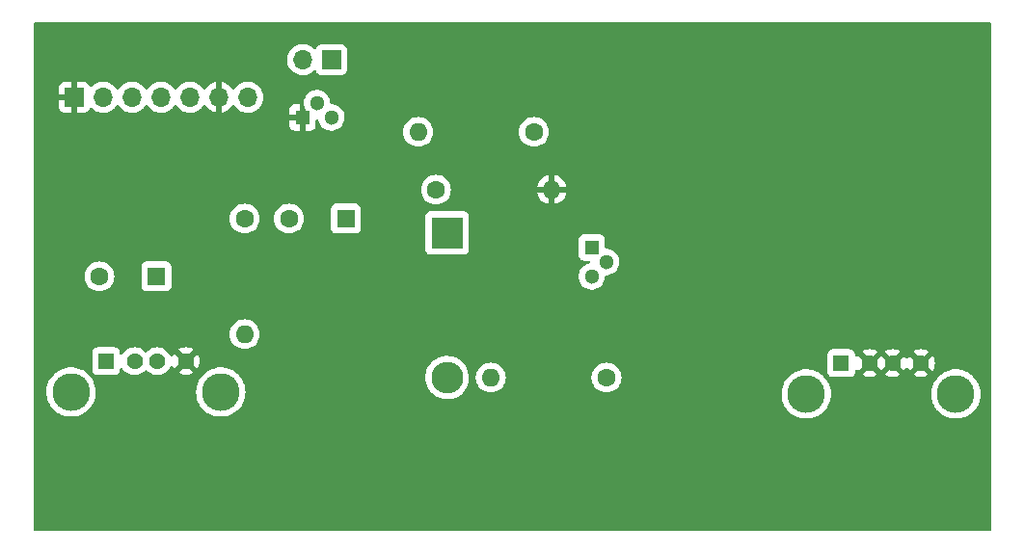
<source format=gbr>
%TF.GenerationSoftware,KiCad,Pcbnew,(6.0.0)*%
%TF.CreationDate,2022-08-29T20:46:27+02:00*%
%TF.ProjectId,AV_MOD_FAMICOM,41565f4d-4f44-45f4-9641-4d49434f4d2e,rev?*%
%TF.SameCoordinates,Original*%
%TF.FileFunction,Copper,L1,Top*%
%TF.FilePolarity,Positive*%
%FSLAX46Y46*%
G04 Gerber Fmt 4.6, Leading zero omitted, Abs format (unit mm)*
G04 Created by KiCad (PCBNEW (6.0.0)) date 2022-08-29 20:46:27*
%MOMM*%
%LPD*%
G01*
G04 APERTURE LIST*
%TA.AperFunction,ComponentPad*%
%ADD10C,1.600000*%
%TD*%
%TA.AperFunction,ComponentPad*%
%ADD11O,1.600000X1.600000*%
%TD*%
%TA.AperFunction,ComponentPad*%
%ADD12R,1.700000X1.700000*%
%TD*%
%TA.AperFunction,ComponentPad*%
%ADD13O,1.700000X1.700000*%
%TD*%
%TA.AperFunction,ComponentPad*%
%ADD14R,1.600000X1.600000*%
%TD*%
%TA.AperFunction,ComponentPad*%
%ADD15R,1.428000X1.428000*%
%TD*%
%TA.AperFunction,ComponentPad*%
%ADD16C,1.428000*%
%TD*%
%TA.AperFunction,ComponentPad*%
%ADD17C,3.316000*%
%TD*%
%TA.AperFunction,ComponentPad*%
%ADD18R,2.800000X2.800000*%
%TD*%
%TA.AperFunction,ComponentPad*%
%ADD19O,2.800000X2.800000*%
%TD*%
%TA.AperFunction,ComponentPad*%
%ADD20R,1.300000X1.300000*%
%TD*%
%TA.AperFunction,ComponentPad*%
%ADD21C,1.300000*%
%TD*%
G04 APERTURE END LIST*
D10*
%TO.P,R4,1*%
%TO.N,Net-(C1-Pad2)*%
X121920000Y-91440000D03*
D11*
%TO.P,R4,2*%
%TO.N,VIDEO OUT*%
X121920000Y-101600000D03*
%TD*%
D12*
%TO.P,J5,1,Pin_1*%
%TO.N,GNDREF*%
X106950000Y-80782500D03*
D13*
%TO.P,J5,2,Pin_2*%
%TO.N,Net-(J5-Pad2)*%
X109490000Y-80782500D03*
%TO.P,J5,3,Pin_3*%
X112030000Y-80782500D03*
%TO.P,J5,4,Pin_4*%
X114570000Y-80782500D03*
%TO.P,J5,5,Pin_5*%
%TO.N,AUDIO*%
X117110000Y-80782500D03*
%TO.P,J5,6,Pin_6*%
%TO.N,GNDREF*%
X119650000Y-80782500D03*
%TO.P,J5,7,Pin_7*%
%TO.N,VIDEO IN*%
X122190000Y-80782500D03*
%TD*%
D14*
%TO.P,C1,1*%
%TO.N,Net-(C1-Pad1)*%
X130810000Y-91440000D03*
D10*
%TO.P,C1,2*%
%TO.N,Net-(C1-Pad2)*%
X125810000Y-91440000D03*
%TD*%
%TO.P,R3,1*%
%TO.N,Net-(C1-Pad1)*%
X138720000Y-88900000D03*
D11*
%TO.P,R3,2*%
%TO.N,GNDREF*%
X148880000Y-88900000D03*
%TD*%
D15*
%TO.P,J2,01,VCC*%
%TO.N,+5V*%
X174300000Y-104140000D03*
D16*
%TO.P,J2,02,D-*%
%TO.N,GNDREF*%
X176800000Y-104140000D03*
%TO.P,J2,03,D+*%
X178800000Y-104140000D03*
%TO.P,J2,04,GND*%
X181300000Y-104140000D03*
D17*
%TO.P,J2,S1,SHIELD*%
%TO.N,Net-(J2-PadS1)*%
X171230000Y-106850000D03*
%TO.P,J2,S2,SHIELD*%
X184370000Y-106850000D03*
%TD*%
D14*
%TO.P,C2,1*%
%TO.N,AUDIO*%
X114162651Y-96520000D03*
D10*
%TO.P,C2,2*%
%TO.N,AUDIO L*%
X109162651Y-96520000D03*
%TD*%
D18*
%TO.P,D1,1,K*%
%TO.N,Net-(C1-Pad1)*%
X139700000Y-92710000D03*
D19*
%TO.P,D1,2,A*%
%TO.N,Net-(D1-Pad2)*%
X139700000Y-105410000D03*
%TD*%
D10*
%TO.P,R1,1*%
%TO.N,+5V*%
X153690000Y-105410000D03*
D11*
%TO.P,R1,2*%
%TO.N,Net-(D1-Pad2)*%
X143530000Y-105410000D03*
%TD*%
D12*
%TO.P,J3,1,Pin_1*%
%TO.N,+5V*%
X129540000Y-77470000D03*
D13*
%TO.P,J3,2,Pin_2*%
%TO.N,Net-(J5-Pad2)*%
X127000000Y-77470000D03*
%TD*%
D15*
%TO.P,J1,01,VCC*%
%TO.N,AUDIO L*%
X109750000Y-103970000D03*
D16*
%TO.P,J1,02,D-*%
X112250000Y-103970000D03*
%TO.P,J1,03,D+*%
%TO.N,VIDEO OUT*%
X114250000Y-103970000D03*
%TO.P,J1,04,GND*%
%TO.N,GNDREF*%
X116750000Y-103970000D03*
D17*
%TO.P,J1,S1,SHIELD*%
%TO.N,Net-(J1-PadS1)*%
X106680000Y-106680000D03*
%TO.P,J1,S2,SHIELD*%
X119820000Y-106680000D03*
%TD*%
D20*
%TO.P,Q1,1,C*%
%TO.N,GNDREF*%
X127000000Y-82550000D03*
D21*
%TO.P,Q1,2,B*%
%TO.N,VIDEO IN*%
X128270000Y-81280000D03*
%TO.P,Q1,3,E*%
%TO.N,Net-(Q1-Pad3)*%
X129540000Y-82550000D03*
%TD*%
D20*
%TO.P,Q2,1,C*%
%TO.N,+5V*%
X152400000Y-93980000D03*
D21*
%TO.P,Q2,2,B*%
%TO.N,Net-(D1-Pad2)*%
X153670000Y-95250000D03*
%TO.P,Q2,3,E*%
%TO.N,Net-(C1-Pad1)*%
X152400000Y-96520000D03*
%TD*%
D10*
%TO.P,R2,1*%
%TO.N,Net-(D1-Pad2)*%
X147320000Y-83820000D03*
D11*
%TO.P,R2,2*%
%TO.N,Net-(Q1-Pad3)*%
X137160000Y-83820000D03*
%TD*%
%TA.AperFunction,Conductor*%
%TO.N,GNDREF*%
G36*
X187394121Y-74188002D02*
G01*
X187440614Y-74241658D01*
X187452000Y-74294000D01*
X187452000Y-118746000D01*
X187431998Y-118814121D01*
X187378342Y-118860614D01*
X187326000Y-118872000D01*
X103504000Y-118872000D01*
X103435879Y-118851998D01*
X103389386Y-118798342D01*
X103378000Y-118746000D01*
X103378000Y-106657260D01*
X104508557Y-106657260D01*
X104525561Y-106952169D01*
X104526386Y-106956374D01*
X104526387Y-106956382D01*
X104549453Y-107073948D01*
X104582432Y-107242042D01*
X104583819Y-107246092D01*
X104583820Y-107246097D01*
X104676728Y-107517458D01*
X104678117Y-107521514D01*
X104680044Y-107525345D01*
X104796934Y-107757755D01*
X104810845Y-107785415D01*
X104813271Y-107788944D01*
X104813274Y-107788950D01*
X104848231Y-107839812D01*
X104978161Y-108028861D01*
X105176968Y-108247347D01*
X105180256Y-108250096D01*
X105400296Y-108434079D01*
X105400301Y-108434083D01*
X105403588Y-108436831D01*
X105528707Y-108515318D01*
X105650187Y-108591522D01*
X105650191Y-108591524D01*
X105653827Y-108593805D01*
X105726761Y-108626736D01*
X105919142Y-108713600D01*
X105919146Y-108713602D01*
X105923054Y-108715366D01*
X105927173Y-108716586D01*
X106202175Y-108798046D01*
X106202180Y-108798047D01*
X106206288Y-108799264D01*
X106210522Y-108799912D01*
X106210527Y-108799913D01*
X106494046Y-108843297D01*
X106494048Y-108843297D01*
X106498288Y-108843946D01*
X106648669Y-108846308D01*
X106789360Y-108848519D01*
X106789366Y-108848519D01*
X106793651Y-108848586D01*
X107086910Y-108813098D01*
X107268072Y-108765571D01*
X107368497Y-108739225D01*
X107368498Y-108739225D01*
X107372640Y-108738138D01*
X107645553Y-108625094D01*
X107900599Y-108476057D01*
X108133059Y-108293785D01*
X108173890Y-108251651D01*
X108335647Y-108084729D01*
X108338630Y-108081651D01*
X108341163Y-108078203D01*
X108341167Y-108078198D01*
X108510972Y-107847036D01*
X108513510Y-107843581D01*
X108654463Y-107583980D01*
X108706671Y-107445815D01*
X108757361Y-107311668D01*
X108757362Y-107311664D01*
X108758879Y-107307650D01*
X108786871Y-107185430D01*
X108823868Y-107023891D01*
X108823869Y-107023887D01*
X108824826Y-107019707D01*
X108831237Y-106947882D01*
X108850866Y-106727942D01*
X108851086Y-106725478D01*
X108851331Y-106702119D01*
X108851536Y-106682485D01*
X108851562Y-106680000D01*
X108850012Y-106657260D01*
X117648557Y-106657260D01*
X117665561Y-106952169D01*
X117666386Y-106956374D01*
X117666387Y-106956382D01*
X117689453Y-107073948D01*
X117722432Y-107242042D01*
X117723819Y-107246092D01*
X117723820Y-107246097D01*
X117816728Y-107517458D01*
X117818117Y-107521514D01*
X117820044Y-107525345D01*
X117936934Y-107757755D01*
X117950845Y-107785415D01*
X117953271Y-107788944D01*
X117953274Y-107788950D01*
X117988231Y-107839812D01*
X118118161Y-108028861D01*
X118316968Y-108247347D01*
X118320256Y-108250096D01*
X118540296Y-108434079D01*
X118540301Y-108434083D01*
X118543588Y-108436831D01*
X118668707Y-108515318D01*
X118790187Y-108591522D01*
X118790191Y-108591524D01*
X118793827Y-108593805D01*
X118866761Y-108626736D01*
X119059142Y-108713600D01*
X119059146Y-108713602D01*
X119063054Y-108715366D01*
X119067173Y-108716586D01*
X119342175Y-108798046D01*
X119342180Y-108798047D01*
X119346288Y-108799264D01*
X119350522Y-108799912D01*
X119350527Y-108799913D01*
X119634046Y-108843297D01*
X119634048Y-108843297D01*
X119638288Y-108843946D01*
X119788669Y-108846308D01*
X119929360Y-108848519D01*
X119929366Y-108848519D01*
X119933651Y-108848586D01*
X120226910Y-108813098D01*
X120408072Y-108765571D01*
X120508497Y-108739225D01*
X120508498Y-108739225D01*
X120512640Y-108738138D01*
X120785553Y-108625094D01*
X121040599Y-108476057D01*
X121273059Y-108293785D01*
X121313890Y-108251651D01*
X121475647Y-108084729D01*
X121478630Y-108081651D01*
X121481163Y-108078203D01*
X121481167Y-108078198D01*
X121650972Y-107847036D01*
X121653510Y-107843581D01*
X121794463Y-107583980D01*
X121846671Y-107445815D01*
X121897361Y-107311668D01*
X121897362Y-107311664D01*
X121898879Y-107307650D01*
X121926871Y-107185430D01*
X121963868Y-107023891D01*
X121963869Y-107023887D01*
X121964826Y-107019707D01*
X121971237Y-106947882D01*
X121990866Y-106727942D01*
X121991086Y-106725478D01*
X121991331Y-106702119D01*
X121991536Y-106682485D01*
X121991562Y-106680000D01*
X121982689Y-106549849D01*
X121971762Y-106389562D01*
X121971761Y-106389556D01*
X121971470Y-106385285D01*
X121911567Y-106096024D01*
X121812961Y-105817569D01*
X121804295Y-105800777D01*
X121679442Y-105558879D01*
X121679442Y-105558878D01*
X121677477Y-105555072D01*
X121662193Y-105533324D01*
X121573255Y-105406779D01*
X121533279Y-105349899D01*
X137787569Y-105349899D01*
X137787744Y-105354351D01*
X137794869Y-105535683D01*
X137798180Y-105619963D01*
X137846737Y-105885837D01*
X137932272Y-106142217D01*
X138053078Y-106383987D01*
X138055607Y-106387646D01*
X138159563Y-106538058D01*
X138206744Y-106606324D01*
X138390205Y-106804790D01*
X138599799Y-106975427D01*
X138603617Y-106977726D01*
X138603619Y-106977727D01*
X138680297Y-107023891D01*
X138831346Y-107114830D01*
X138835441Y-107116564D01*
X138835443Y-107116565D01*
X139076124Y-107218480D01*
X139076131Y-107218482D01*
X139080225Y-107220216D01*
X139146675Y-107237835D01*
X139337172Y-107288345D01*
X139337177Y-107288346D01*
X139341469Y-107289484D01*
X139345878Y-107290006D01*
X139345884Y-107290007D01*
X139494953Y-107307650D01*
X139609868Y-107321251D01*
X139880064Y-107314883D01*
X139884459Y-107314151D01*
X139884464Y-107314151D01*
X140142267Y-107271241D01*
X140142271Y-107271240D01*
X140146669Y-107270508D01*
X140388930Y-107193891D01*
X140400114Y-107190354D01*
X140400116Y-107190353D01*
X140404360Y-107189011D01*
X140408371Y-107187085D01*
X140408376Y-107187083D01*
X140643979Y-107073948D01*
X140643980Y-107073947D01*
X140647998Y-107072018D01*
X140833781Y-106947882D01*
X140869013Y-106924341D01*
X140869017Y-106924338D01*
X140872721Y-106921863D01*
X140876038Y-106918892D01*
X140876042Y-106918889D01*
X140978343Y-106827260D01*
X169058557Y-106827260D01*
X169075561Y-107122169D01*
X169076386Y-107126374D01*
X169076387Y-107126382D01*
X169094797Y-107220216D01*
X169132432Y-107412042D01*
X169133819Y-107416092D01*
X169133820Y-107416097D01*
X169192592Y-107587755D01*
X169228117Y-107691514D01*
X169230044Y-107695345D01*
X169304599Y-107843581D01*
X169360845Y-107955415D01*
X169363271Y-107958944D01*
X169363274Y-107958950D01*
X169447605Y-108081651D01*
X169528161Y-108198861D01*
X169531042Y-108202027D01*
X169611734Y-108290706D01*
X169726968Y-108417347D01*
X169730256Y-108420096D01*
X169950296Y-108604079D01*
X169950301Y-108604083D01*
X169953588Y-108606831D01*
X170078708Y-108685318D01*
X170200187Y-108761522D01*
X170200191Y-108761524D01*
X170203827Y-108763805D01*
X170282360Y-108799264D01*
X170469142Y-108883600D01*
X170469146Y-108883602D01*
X170473054Y-108885366D01*
X170477173Y-108886586D01*
X170752175Y-108968046D01*
X170752180Y-108968047D01*
X170756288Y-108969264D01*
X170760522Y-108969912D01*
X170760527Y-108969913D01*
X171044046Y-109013297D01*
X171044048Y-109013297D01*
X171048288Y-109013946D01*
X171198669Y-109016308D01*
X171339360Y-109018519D01*
X171339366Y-109018519D01*
X171343651Y-109018586D01*
X171636910Y-108983098D01*
X171922640Y-108908138D01*
X172195553Y-108795094D01*
X172450599Y-108646057D01*
X172683059Y-108463785D01*
X172725397Y-108420096D01*
X172845237Y-108296429D01*
X172888630Y-108251651D01*
X172891163Y-108248203D01*
X172891167Y-108248198D01*
X173060972Y-108017036D01*
X173063510Y-108013581D01*
X173204463Y-107753980D01*
X173308879Y-107477650D01*
X173348773Y-107303462D01*
X173373868Y-107193891D01*
X173373869Y-107193887D01*
X173374826Y-107189707D01*
X173381237Y-107117882D01*
X173400866Y-106897942D01*
X173401086Y-106895478D01*
X173401562Y-106850000D01*
X173400012Y-106827260D01*
X182198557Y-106827260D01*
X182215561Y-107122169D01*
X182216386Y-107126374D01*
X182216387Y-107126382D01*
X182234797Y-107220216D01*
X182272432Y-107412042D01*
X182273819Y-107416092D01*
X182273820Y-107416097D01*
X182332592Y-107587755D01*
X182368117Y-107691514D01*
X182370044Y-107695345D01*
X182444599Y-107843581D01*
X182500845Y-107955415D01*
X182503271Y-107958944D01*
X182503274Y-107958950D01*
X182587605Y-108081651D01*
X182668161Y-108198861D01*
X182671042Y-108202027D01*
X182751734Y-108290706D01*
X182866968Y-108417347D01*
X182870256Y-108420096D01*
X183090296Y-108604079D01*
X183090301Y-108604083D01*
X183093588Y-108606831D01*
X183218708Y-108685318D01*
X183340187Y-108761522D01*
X183340191Y-108761524D01*
X183343827Y-108763805D01*
X183422360Y-108799264D01*
X183609142Y-108883600D01*
X183609146Y-108883602D01*
X183613054Y-108885366D01*
X183617173Y-108886586D01*
X183892175Y-108968046D01*
X183892180Y-108968047D01*
X183896288Y-108969264D01*
X183900522Y-108969912D01*
X183900527Y-108969913D01*
X184184046Y-109013297D01*
X184184048Y-109013297D01*
X184188288Y-109013946D01*
X184338669Y-109016308D01*
X184479360Y-109018519D01*
X184479366Y-109018519D01*
X184483651Y-109018586D01*
X184776910Y-108983098D01*
X185062640Y-108908138D01*
X185335553Y-108795094D01*
X185590599Y-108646057D01*
X185823059Y-108463785D01*
X185865397Y-108420096D01*
X185985237Y-108296429D01*
X186028630Y-108251651D01*
X186031163Y-108248203D01*
X186031167Y-108248198D01*
X186200972Y-108017036D01*
X186203510Y-108013581D01*
X186344463Y-107753980D01*
X186448879Y-107477650D01*
X186488773Y-107303462D01*
X186513868Y-107193891D01*
X186513869Y-107193887D01*
X186514826Y-107189707D01*
X186521237Y-107117882D01*
X186540866Y-106897942D01*
X186541086Y-106895478D01*
X186541562Y-106850000D01*
X186538257Y-106801517D01*
X186521762Y-106559562D01*
X186521761Y-106559556D01*
X186521470Y-106555285D01*
X186517903Y-106538058D01*
X186482487Y-106367042D01*
X186461567Y-106266024D01*
X186362961Y-105987569D01*
X186354295Y-105970777D01*
X186229442Y-105728879D01*
X186229442Y-105728878D01*
X186227477Y-105725072D01*
X186057621Y-105483392D01*
X185899647Y-105313392D01*
X185859457Y-105270142D01*
X185859454Y-105270139D01*
X185856536Y-105266999D01*
X185853221Y-105264285D01*
X185853217Y-105264282D01*
X185698646Y-105137767D01*
X185627945Y-105079899D01*
X185376076Y-104925554D01*
X185368657Y-104922297D01*
X185109522Y-104808545D01*
X185105590Y-104806819D01*
X185087673Y-104801715D01*
X185002780Y-104777533D01*
X184821493Y-104725892D01*
X184817251Y-104725288D01*
X184817245Y-104725287D01*
X184533292Y-104684875D01*
X184529041Y-104684270D01*
X184373386Y-104683455D01*
X184237932Y-104682745D01*
X184237925Y-104682745D01*
X184233646Y-104682723D01*
X184229402Y-104683282D01*
X184229398Y-104683282D01*
X184100557Y-104700244D01*
X183940775Y-104721280D01*
X183936635Y-104722413D01*
X183936633Y-104722413D01*
X183673801Y-104794316D01*
X183655846Y-104799228D01*
X183384131Y-104915124D01*
X183232722Y-105005741D01*
X183134342Y-105064620D01*
X183134338Y-105064623D01*
X183130660Y-105066824D01*
X183127317Y-105069502D01*
X183127313Y-105069505D01*
X183033265Y-105144852D01*
X182900122Y-105251520D01*
X182897178Y-105254622D01*
X182897174Y-105254626D01*
X182838081Y-105316897D01*
X182696783Y-105465794D01*
X182524405Y-105705683D01*
X182386179Y-105966746D01*
X182284663Y-106244154D01*
X182221734Y-106532772D01*
X182219962Y-106555285D01*
X182206568Y-106725478D01*
X182198557Y-106827260D01*
X173400012Y-106827260D01*
X173398257Y-106801517D01*
X173381762Y-106559562D01*
X173381761Y-106559556D01*
X173381470Y-106555285D01*
X173377903Y-106538058D01*
X173342487Y-106367042D01*
X173321567Y-106266024D01*
X173222961Y-105987569D01*
X173214295Y-105970777D01*
X173089442Y-105728879D01*
X173089442Y-105728878D01*
X173087477Y-105725072D01*
X172917621Y-105483392D01*
X172759647Y-105313392D01*
X172719457Y-105270142D01*
X172719454Y-105270139D01*
X172716536Y-105266999D01*
X172713221Y-105264285D01*
X172713217Y-105264282D01*
X172558646Y-105137767D01*
X172487945Y-105079899D01*
X172236076Y-104925554D01*
X172228657Y-104922297D01*
X172182724Y-104902134D01*
X173077500Y-104902134D01*
X173084255Y-104964316D01*
X173135385Y-105100705D01*
X173222739Y-105217261D01*
X173339295Y-105304615D01*
X173475684Y-105355745D01*
X173537866Y-105362500D01*
X175062134Y-105362500D01*
X175124316Y-105355745D01*
X175260705Y-105304615D01*
X175377261Y-105217261D01*
X175416943Y-105164313D01*
X176140242Y-105164313D01*
X176149536Y-105176327D01*
X176182154Y-105199167D01*
X176191656Y-105204653D01*
X176375473Y-105290368D01*
X176385765Y-105294114D01*
X176581676Y-105346608D01*
X176592471Y-105348511D01*
X176794525Y-105366189D01*
X176805475Y-105366189D01*
X177007529Y-105348511D01*
X177018324Y-105346608D01*
X177214235Y-105294114D01*
X177224527Y-105290368D01*
X177408344Y-105204653D01*
X177417846Y-105199167D01*
X177451300Y-105175741D01*
X177459675Y-105165264D01*
X177459175Y-105164313D01*
X178140242Y-105164313D01*
X178149536Y-105176327D01*
X178182154Y-105199167D01*
X178191656Y-105204653D01*
X178375473Y-105290368D01*
X178385765Y-105294114D01*
X178581676Y-105346608D01*
X178592471Y-105348511D01*
X178794525Y-105366189D01*
X178805475Y-105366189D01*
X179007529Y-105348511D01*
X179018324Y-105346608D01*
X179214235Y-105294114D01*
X179224527Y-105290368D01*
X179408344Y-105204653D01*
X179417846Y-105199167D01*
X179451300Y-105175741D01*
X179459675Y-105165264D01*
X179459175Y-105164313D01*
X180640242Y-105164313D01*
X180649536Y-105176327D01*
X180682154Y-105199167D01*
X180691656Y-105204653D01*
X180875473Y-105290368D01*
X180885765Y-105294114D01*
X181081676Y-105346608D01*
X181092471Y-105348511D01*
X181294525Y-105366189D01*
X181305475Y-105366189D01*
X181507529Y-105348511D01*
X181518324Y-105346608D01*
X181714235Y-105294114D01*
X181724527Y-105290368D01*
X181908344Y-105204653D01*
X181917846Y-105199167D01*
X181951300Y-105175741D01*
X181959675Y-105165264D01*
X181952606Y-105151816D01*
X181312812Y-104512022D01*
X181298868Y-104504408D01*
X181297035Y-104504539D01*
X181290420Y-104508790D01*
X180646672Y-105152538D01*
X180640242Y-105164313D01*
X179459175Y-105164313D01*
X179452606Y-105151816D01*
X178812812Y-104512022D01*
X178798868Y-104504408D01*
X178797035Y-104504539D01*
X178790420Y-104508790D01*
X178146672Y-105152538D01*
X178140242Y-105164313D01*
X177459175Y-105164313D01*
X177452606Y-105151816D01*
X176812812Y-104512022D01*
X176798868Y-104504408D01*
X176797035Y-104504539D01*
X176790420Y-104508790D01*
X176146672Y-105152538D01*
X176140242Y-105164313D01*
X175416943Y-105164313D01*
X175464615Y-105100705D01*
X175515745Y-104964316D01*
X175522500Y-104902134D01*
X175522500Y-104845654D01*
X175542502Y-104777533D01*
X175596158Y-104731040D01*
X175666432Y-104720936D01*
X175731012Y-104750430D01*
X175751712Y-104773382D01*
X175764259Y-104791300D01*
X175774736Y-104799675D01*
X175788184Y-104792606D01*
X176427978Y-104152812D01*
X176434356Y-104141132D01*
X177164408Y-104141132D01*
X177164539Y-104142965D01*
X177168790Y-104149580D01*
X177787188Y-104767978D01*
X177801132Y-104775592D01*
X177802965Y-104775461D01*
X177809580Y-104771210D01*
X178427978Y-104152812D01*
X178434356Y-104141132D01*
X179164408Y-104141132D01*
X179164539Y-104142965D01*
X179168790Y-104149580D01*
X179812538Y-104793328D01*
X179824313Y-104799758D01*
X179836327Y-104790464D01*
X179859167Y-104757846D01*
X179864653Y-104748345D01*
X179935805Y-104595757D01*
X179982722Y-104542472D01*
X180050999Y-104523011D01*
X180118959Y-104543553D01*
X180164195Y-104595757D01*
X180235347Y-104748345D01*
X180240833Y-104757846D01*
X180264259Y-104791300D01*
X180274736Y-104799675D01*
X180288184Y-104792606D01*
X180927978Y-104152812D01*
X180934356Y-104141132D01*
X181664408Y-104141132D01*
X181664539Y-104142965D01*
X181668790Y-104149580D01*
X182312538Y-104793328D01*
X182324313Y-104799758D01*
X182336327Y-104790464D01*
X182359167Y-104757846D01*
X182364653Y-104748344D01*
X182450368Y-104564527D01*
X182454114Y-104554235D01*
X182506608Y-104358324D01*
X182508511Y-104347529D01*
X182526189Y-104145475D01*
X182526189Y-104134525D01*
X182508511Y-103932471D01*
X182506608Y-103921676D01*
X182454114Y-103725765D01*
X182450368Y-103715473D01*
X182364653Y-103531656D01*
X182359167Y-103522154D01*
X182335741Y-103488700D01*
X182325264Y-103480325D01*
X182311816Y-103487394D01*
X181672022Y-104127188D01*
X181664408Y-104141132D01*
X180934356Y-104141132D01*
X180935592Y-104138868D01*
X180935461Y-104137035D01*
X180931210Y-104130420D01*
X180287462Y-103486672D01*
X180275687Y-103480242D01*
X180263673Y-103489536D01*
X180240833Y-103522154D01*
X180235347Y-103531655D01*
X180164195Y-103684243D01*
X180117278Y-103737528D01*
X180049001Y-103756989D01*
X179981041Y-103736447D01*
X179935805Y-103684243D01*
X179864653Y-103531655D01*
X179859167Y-103522154D01*
X179835741Y-103488700D01*
X179825264Y-103480325D01*
X179811816Y-103487394D01*
X179172022Y-104127188D01*
X179164408Y-104141132D01*
X178434356Y-104141132D01*
X178435592Y-104138868D01*
X178435461Y-104137035D01*
X178431210Y-104130420D01*
X177812812Y-103512022D01*
X177798868Y-103504408D01*
X177797035Y-103504539D01*
X177790420Y-103508790D01*
X177172022Y-104127188D01*
X177164408Y-104141132D01*
X176434356Y-104141132D01*
X176435592Y-104138868D01*
X176435461Y-104137035D01*
X176431210Y-104130420D01*
X175787462Y-103486672D01*
X175775687Y-103480242D01*
X175763673Y-103489536D01*
X175751712Y-103506618D01*
X175696255Y-103550946D01*
X175625635Y-103558254D01*
X175562275Y-103526222D01*
X175526291Y-103465021D01*
X175522500Y-103434346D01*
X175522500Y-103377866D01*
X175515745Y-103315684D01*
X175464615Y-103179295D01*
X175416231Y-103114736D01*
X176140325Y-103114736D01*
X176147394Y-103128184D01*
X176787188Y-103767978D01*
X176801132Y-103775592D01*
X176802965Y-103775461D01*
X176809580Y-103771210D01*
X177453328Y-103127462D01*
X177459758Y-103115687D01*
X177459022Y-103114736D01*
X178140325Y-103114736D01*
X178147394Y-103128184D01*
X178787188Y-103767978D01*
X178801132Y-103775592D01*
X178802965Y-103775461D01*
X178809580Y-103771210D01*
X179453328Y-103127462D01*
X179459758Y-103115687D01*
X179459022Y-103114736D01*
X180640325Y-103114736D01*
X180647394Y-103128184D01*
X181287188Y-103767978D01*
X181301132Y-103775592D01*
X181302965Y-103775461D01*
X181309580Y-103771210D01*
X181953328Y-103127462D01*
X181959758Y-103115687D01*
X181950464Y-103103673D01*
X181917846Y-103080833D01*
X181908344Y-103075347D01*
X181724527Y-102989632D01*
X181714235Y-102985886D01*
X181518324Y-102933392D01*
X181507529Y-102931489D01*
X181305475Y-102913811D01*
X181294525Y-102913811D01*
X181092471Y-102931489D01*
X181081676Y-102933392D01*
X180885765Y-102985886D01*
X180875473Y-102989632D01*
X180691656Y-103075347D01*
X180682154Y-103080833D01*
X180648700Y-103104259D01*
X180640325Y-103114736D01*
X179459022Y-103114736D01*
X179450464Y-103103673D01*
X179417846Y-103080833D01*
X179408344Y-103075347D01*
X179224527Y-102989632D01*
X179214235Y-102985886D01*
X179018324Y-102933392D01*
X179007529Y-102931489D01*
X178805475Y-102913811D01*
X178794525Y-102913811D01*
X178592471Y-102931489D01*
X178581676Y-102933392D01*
X178385765Y-102985886D01*
X178375473Y-102989632D01*
X178191656Y-103075347D01*
X178182154Y-103080833D01*
X178148700Y-103104259D01*
X178140325Y-103114736D01*
X177459022Y-103114736D01*
X177450464Y-103103673D01*
X177417846Y-103080833D01*
X177408344Y-103075347D01*
X177224527Y-102989632D01*
X177214235Y-102985886D01*
X177018324Y-102933392D01*
X177007529Y-102931489D01*
X176805475Y-102913811D01*
X176794525Y-102913811D01*
X176592471Y-102931489D01*
X176581676Y-102933392D01*
X176385765Y-102985886D01*
X176375473Y-102989632D01*
X176191656Y-103075347D01*
X176182154Y-103080833D01*
X176148700Y-103104259D01*
X176140325Y-103114736D01*
X175416231Y-103114736D01*
X175377261Y-103062739D01*
X175260705Y-102975385D01*
X175124316Y-102924255D01*
X175062134Y-102917500D01*
X173537866Y-102917500D01*
X173475684Y-102924255D01*
X173339295Y-102975385D01*
X173222739Y-103062739D01*
X173135385Y-103179295D01*
X173084255Y-103315684D01*
X173077500Y-103377866D01*
X173077500Y-104902134D01*
X172182724Y-104902134D01*
X171969522Y-104808545D01*
X171965590Y-104806819D01*
X171947673Y-104801715D01*
X171862780Y-104777533D01*
X171681493Y-104725892D01*
X171677251Y-104725288D01*
X171677245Y-104725287D01*
X171393292Y-104684875D01*
X171389041Y-104684270D01*
X171233386Y-104683455D01*
X171097932Y-104682745D01*
X171097925Y-104682745D01*
X171093646Y-104682723D01*
X171089402Y-104683282D01*
X171089398Y-104683282D01*
X170960557Y-104700244D01*
X170800775Y-104721280D01*
X170796635Y-104722413D01*
X170796633Y-104722413D01*
X170533801Y-104794316D01*
X170515846Y-104799228D01*
X170244131Y-104915124D01*
X170092722Y-105005741D01*
X169994342Y-105064620D01*
X169994338Y-105064623D01*
X169990660Y-105066824D01*
X169987317Y-105069502D01*
X169987313Y-105069505D01*
X169893265Y-105144852D01*
X169760122Y-105251520D01*
X169757178Y-105254622D01*
X169757174Y-105254626D01*
X169698081Y-105316897D01*
X169556783Y-105465794D01*
X169384405Y-105705683D01*
X169246179Y-105966746D01*
X169144663Y-106244154D01*
X169081734Y-106532772D01*
X169079962Y-106555285D01*
X169066568Y-106725478D01*
X169058557Y-106827260D01*
X140978343Y-106827260D01*
X141070729Y-106744512D01*
X141074045Y-106741542D01*
X141247953Y-106534654D01*
X141251738Y-106528586D01*
X141388614Y-106309111D01*
X141388615Y-106309109D01*
X141390975Y-106305325D01*
X141500258Y-106058133D01*
X141573620Y-105798008D01*
X141586021Y-105705683D01*
X141609172Y-105533324D01*
X141609173Y-105533316D01*
X141609599Y-105530142D01*
X141611512Y-105469278D01*
X141613274Y-105413222D01*
X141613274Y-105413217D01*
X141613375Y-105410000D01*
X142216502Y-105410000D01*
X142236457Y-105638087D01*
X142237881Y-105643400D01*
X142237881Y-105643402D01*
X142283529Y-105813759D01*
X142295716Y-105859243D01*
X142298039Y-105864224D01*
X142298039Y-105864225D01*
X142390151Y-106061762D01*
X142390154Y-106061767D01*
X142392477Y-106066749D01*
X142448113Y-106146205D01*
X142516698Y-106244154D01*
X142523802Y-106254300D01*
X142685700Y-106416198D01*
X142690208Y-106419355D01*
X142690211Y-106419357D01*
X142768389Y-106474098D01*
X142873251Y-106547523D01*
X142878233Y-106549846D01*
X142878238Y-106549849D01*
X143006376Y-106609600D01*
X143080757Y-106644284D01*
X143086065Y-106645706D01*
X143086067Y-106645707D01*
X143296598Y-106702119D01*
X143296600Y-106702119D01*
X143301913Y-106703543D01*
X143530000Y-106723498D01*
X143758087Y-106703543D01*
X143763400Y-106702119D01*
X143763402Y-106702119D01*
X143973933Y-106645707D01*
X143973935Y-106645706D01*
X143979243Y-106644284D01*
X144053624Y-106609600D01*
X144181762Y-106549849D01*
X144181767Y-106549846D01*
X144186749Y-106547523D01*
X144291611Y-106474098D01*
X144369789Y-106419357D01*
X144369792Y-106419355D01*
X144374300Y-106416198D01*
X144536198Y-106254300D01*
X144543303Y-106244154D01*
X144611887Y-106146205D01*
X144667523Y-106066749D01*
X144669846Y-106061767D01*
X144669849Y-106061762D01*
X144761961Y-105864225D01*
X144761961Y-105864224D01*
X144764284Y-105859243D01*
X144776472Y-105813759D01*
X144822119Y-105643402D01*
X144822119Y-105643400D01*
X144823543Y-105638087D01*
X144843498Y-105410000D01*
X152376502Y-105410000D01*
X152396457Y-105638087D01*
X152397881Y-105643400D01*
X152397881Y-105643402D01*
X152443529Y-105813759D01*
X152455716Y-105859243D01*
X152458039Y-105864224D01*
X152458039Y-105864225D01*
X152550151Y-106061762D01*
X152550154Y-106061767D01*
X152552477Y-106066749D01*
X152608113Y-106146205D01*
X152676698Y-106244154D01*
X152683802Y-106254300D01*
X152845700Y-106416198D01*
X152850208Y-106419355D01*
X152850211Y-106419357D01*
X152928389Y-106474098D01*
X153033251Y-106547523D01*
X153038233Y-106549846D01*
X153038238Y-106549849D01*
X153166376Y-106609600D01*
X153240757Y-106644284D01*
X153246065Y-106645706D01*
X153246067Y-106645707D01*
X153456598Y-106702119D01*
X153456600Y-106702119D01*
X153461913Y-106703543D01*
X153690000Y-106723498D01*
X153918087Y-106703543D01*
X153923400Y-106702119D01*
X153923402Y-106702119D01*
X154133933Y-106645707D01*
X154133935Y-106645706D01*
X154139243Y-106644284D01*
X154213624Y-106609600D01*
X154341762Y-106549849D01*
X154341767Y-106549846D01*
X154346749Y-106547523D01*
X154451611Y-106474098D01*
X154529789Y-106419357D01*
X154529792Y-106419355D01*
X154534300Y-106416198D01*
X154696198Y-106254300D01*
X154703303Y-106244154D01*
X154771887Y-106146205D01*
X154827523Y-106066749D01*
X154829846Y-106061767D01*
X154829849Y-106061762D01*
X154921961Y-105864225D01*
X154921961Y-105864224D01*
X154924284Y-105859243D01*
X154936472Y-105813759D01*
X154982119Y-105643402D01*
X154982119Y-105643400D01*
X154983543Y-105638087D01*
X155003498Y-105410000D01*
X154983543Y-105181913D01*
X154975672Y-105152538D01*
X154925707Y-104966067D01*
X154925706Y-104966065D01*
X154924284Y-104960757D01*
X154921961Y-104955775D01*
X154829849Y-104758238D01*
X154829846Y-104758233D01*
X154827523Y-104753251D01*
X154711705Y-104587846D01*
X154699357Y-104570211D01*
X154699355Y-104570208D01*
X154696198Y-104565700D01*
X154534300Y-104403802D01*
X154529792Y-104400645D01*
X154529789Y-104400643D01*
X154446069Y-104342022D01*
X154346749Y-104272477D01*
X154341767Y-104270154D01*
X154341762Y-104270151D01*
X154144225Y-104178039D01*
X154144224Y-104178039D01*
X154139243Y-104175716D01*
X154133935Y-104174294D01*
X154133933Y-104174293D01*
X153923402Y-104117881D01*
X153923400Y-104117881D01*
X153918087Y-104116457D01*
X153690000Y-104096502D01*
X153461913Y-104116457D01*
X153456600Y-104117881D01*
X153456598Y-104117881D01*
X153246067Y-104174293D01*
X153246065Y-104174294D01*
X153240757Y-104175716D01*
X153235776Y-104178039D01*
X153235775Y-104178039D01*
X153038238Y-104270151D01*
X153038233Y-104270154D01*
X153033251Y-104272477D01*
X152933931Y-104342022D01*
X152850211Y-104400643D01*
X152850208Y-104400645D01*
X152845700Y-104403802D01*
X152683802Y-104565700D01*
X152680645Y-104570208D01*
X152680643Y-104570211D01*
X152668295Y-104587846D01*
X152552477Y-104753251D01*
X152550154Y-104758233D01*
X152550151Y-104758238D01*
X152458039Y-104955775D01*
X152455716Y-104960757D01*
X152454294Y-104966065D01*
X152454293Y-104966067D01*
X152404328Y-105152538D01*
X152396457Y-105181913D01*
X152376502Y-105410000D01*
X144843498Y-105410000D01*
X144823543Y-105181913D01*
X144815672Y-105152538D01*
X144765707Y-104966067D01*
X144765706Y-104966065D01*
X144764284Y-104960757D01*
X144761961Y-104955775D01*
X144669849Y-104758238D01*
X144669846Y-104758233D01*
X144667523Y-104753251D01*
X144551705Y-104587846D01*
X144539357Y-104570211D01*
X144539355Y-104570208D01*
X144536198Y-104565700D01*
X144374300Y-104403802D01*
X144369792Y-104400645D01*
X144369789Y-104400643D01*
X144286069Y-104342022D01*
X144186749Y-104272477D01*
X144181767Y-104270154D01*
X144181762Y-104270151D01*
X143984225Y-104178039D01*
X143984224Y-104178039D01*
X143979243Y-104175716D01*
X143973935Y-104174294D01*
X143973933Y-104174293D01*
X143763402Y-104117881D01*
X143763400Y-104117881D01*
X143758087Y-104116457D01*
X143530000Y-104096502D01*
X143301913Y-104116457D01*
X143296600Y-104117881D01*
X143296598Y-104117881D01*
X143086067Y-104174293D01*
X143086065Y-104174294D01*
X143080757Y-104175716D01*
X143075776Y-104178039D01*
X143075775Y-104178039D01*
X142878238Y-104270151D01*
X142878233Y-104270154D01*
X142873251Y-104272477D01*
X142773931Y-104342022D01*
X142690211Y-104400643D01*
X142690208Y-104400645D01*
X142685700Y-104403802D01*
X142523802Y-104565700D01*
X142520645Y-104570208D01*
X142520643Y-104570211D01*
X142508295Y-104587846D01*
X142392477Y-104753251D01*
X142390154Y-104758233D01*
X142390151Y-104758238D01*
X142298039Y-104955775D01*
X142295716Y-104960757D01*
X142294294Y-104966065D01*
X142294293Y-104966067D01*
X142244328Y-105152538D01*
X142236457Y-105181913D01*
X142216502Y-105410000D01*
X141613375Y-105410000D01*
X141594287Y-105140403D01*
X141537402Y-104876185D01*
X141526139Y-104845654D01*
X141445397Y-104626796D01*
X141443856Y-104622619D01*
X141412511Y-104564527D01*
X141317629Y-104388678D01*
X141317629Y-104388677D01*
X141315516Y-104384762D01*
X141154942Y-104167362D01*
X141130926Y-104142965D01*
X140973268Y-103982812D01*
X140965338Y-103974756D01*
X140888556Y-103916158D01*
X140754028Y-103813489D01*
X140754024Y-103813487D01*
X140750487Y-103810787D01*
X140514675Y-103678727D01*
X140262609Y-103581210D01*
X140258284Y-103580207D01*
X140258279Y-103580206D01*
X140132042Y-103550946D01*
X139999318Y-103520182D01*
X139730054Y-103496861D01*
X139725619Y-103497105D01*
X139725615Y-103497105D01*
X139464634Y-103511468D01*
X139464627Y-103511469D01*
X139460191Y-103511713D01*
X139387249Y-103526222D01*
X139199484Y-103563570D01*
X139199479Y-103563571D01*
X139195112Y-103564440D01*
X139190909Y-103565916D01*
X138944315Y-103652513D01*
X138944312Y-103652514D01*
X138940107Y-103653991D01*
X138936154Y-103656044D01*
X138936148Y-103656047D01*
X138801937Y-103725765D01*
X138700264Y-103778580D01*
X138696649Y-103781163D01*
X138696643Y-103781167D01*
X138483990Y-103933131D01*
X138483986Y-103933134D01*
X138480369Y-103935719D01*
X138284808Y-104122275D01*
X138117485Y-104334524D01*
X138115253Y-104338366D01*
X138115250Y-104338371D01*
X137983974Y-104564377D01*
X137983971Y-104564384D01*
X137981736Y-104568231D01*
X137980062Y-104572364D01*
X137887491Y-104800913D01*
X137880272Y-104818735D01*
X137879201Y-104823048D01*
X137879199Y-104823053D01*
X137818646Y-105066824D01*
X137815116Y-105081035D01*
X137814662Y-105085463D01*
X137814662Y-105085465D01*
X137793112Y-105295794D01*
X137787569Y-105349899D01*
X121533279Y-105349899D01*
X121507621Y-105313392D01*
X121423291Y-105222642D01*
X121309457Y-105100142D01*
X121309454Y-105100139D01*
X121306536Y-105096999D01*
X121303221Y-105094285D01*
X121303217Y-105094282D01*
X121103365Y-104930705D01*
X121077945Y-104909899D01*
X120826076Y-104755554D01*
X120809654Y-104748345D01*
X120559522Y-104638545D01*
X120555590Y-104636819D01*
X120271493Y-104555892D01*
X120267251Y-104555288D01*
X120267245Y-104555287D01*
X119983292Y-104514875D01*
X119979041Y-104514270D01*
X119823386Y-104513455D01*
X119687932Y-104512745D01*
X119687925Y-104512745D01*
X119683646Y-104512723D01*
X119679402Y-104513282D01*
X119679398Y-104513282D01*
X119605500Y-104523011D01*
X119390775Y-104551280D01*
X119386635Y-104552413D01*
X119386633Y-104552413D01*
X119114736Y-104626796D01*
X119105846Y-104629228D01*
X118834131Y-104745124D01*
X118742845Y-104799758D01*
X118584342Y-104894620D01*
X118584338Y-104894623D01*
X118580660Y-104896824D01*
X118577317Y-104899502D01*
X118577313Y-104899505D01*
X118496416Y-104964316D01*
X118350122Y-105081520D01*
X118347178Y-105084622D01*
X118347174Y-105084626D01*
X118296745Y-105137767D01*
X118146783Y-105295794D01*
X117974405Y-105535683D01*
X117836179Y-105796746D01*
X117803577Y-105885837D01*
X117764870Y-105991610D01*
X117734663Y-106074154D01*
X117671734Y-106362772D01*
X117648557Y-106657260D01*
X108850012Y-106657260D01*
X108842689Y-106549849D01*
X108831762Y-106389562D01*
X108831761Y-106389556D01*
X108831470Y-106385285D01*
X108771567Y-106096024D01*
X108672961Y-105817569D01*
X108664295Y-105800777D01*
X108539442Y-105558879D01*
X108539442Y-105558878D01*
X108537477Y-105555072D01*
X108522193Y-105533324D01*
X108433255Y-105406779D01*
X108367621Y-105313392D01*
X108283291Y-105222642D01*
X108169457Y-105100142D01*
X108169454Y-105100139D01*
X108166536Y-105096999D01*
X108163221Y-105094285D01*
X108163217Y-105094282D01*
X107963365Y-104930705D01*
X107937945Y-104909899D01*
X107686076Y-104755554D01*
X107669654Y-104748345D01*
X107632724Y-104732134D01*
X108527500Y-104732134D01*
X108534255Y-104794316D01*
X108585385Y-104930705D01*
X108672739Y-105047261D01*
X108789295Y-105134615D01*
X108925684Y-105185745D01*
X108987866Y-105192500D01*
X110512134Y-105192500D01*
X110574316Y-105185745D01*
X110710705Y-105134615D01*
X110827261Y-105047261D01*
X110914615Y-104930705D01*
X110965745Y-104794316D01*
X110972500Y-104732134D01*
X110972500Y-104676525D01*
X110992502Y-104608404D01*
X111046158Y-104561911D01*
X111116432Y-104551807D01*
X111181012Y-104581301D01*
X111201713Y-104604255D01*
X111214572Y-104622619D01*
X111309933Y-104758810D01*
X111461190Y-104910067D01*
X111636415Y-105032760D01*
X111641393Y-105035081D01*
X111641396Y-105035083D01*
X111782122Y-105100705D01*
X111830283Y-105123163D01*
X111835591Y-105124585D01*
X111835593Y-105124586D01*
X111873022Y-105134615D01*
X112036904Y-105178527D01*
X112250000Y-105197170D01*
X112463096Y-105178527D01*
X112626978Y-105134615D01*
X112664407Y-105124586D01*
X112664409Y-105124585D01*
X112669717Y-105123163D01*
X112717878Y-105100705D01*
X112858604Y-105035083D01*
X112858607Y-105035081D01*
X112863585Y-105032760D01*
X113038810Y-104910067D01*
X113160905Y-104787972D01*
X113223217Y-104753946D01*
X113294032Y-104759011D01*
X113339095Y-104787972D01*
X113461190Y-104910067D01*
X113636415Y-105032760D01*
X113641393Y-105035081D01*
X113641396Y-105035083D01*
X113782122Y-105100705D01*
X113830283Y-105123163D01*
X113835591Y-105124585D01*
X113835593Y-105124586D01*
X113873022Y-105134615D01*
X114036904Y-105178527D01*
X114250000Y-105197170D01*
X114463096Y-105178527D01*
X114626978Y-105134615D01*
X114664407Y-105124586D01*
X114664409Y-105124585D01*
X114669717Y-105123163D01*
X114717878Y-105100705D01*
X114858604Y-105035083D01*
X114858607Y-105035081D01*
X114863585Y-105032760D01*
X114918493Y-104994313D01*
X116090242Y-104994313D01*
X116099536Y-105006327D01*
X116132154Y-105029167D01*
X116141656Y-105034653D01*
X116325473Y-105120368D01*
X116335765Y-105124114D01*
X116531676Y-105176608D01*
X116542471Y-105178511D01*
X116744525Y-105196189D01*
X116755475Y-105196189D01*
X116957529Y-105178511D01*
X116968324Y-105176608D01*
X117164235Y-105124114D01*
X117174527Y-105120368D01*
X117358344Y-105034653D01*
X117367846Y-105029167D01*
X117401300Y-105005741D01*
X117409675Y-104995264D01*
X117402606Y-104981816D01*
X116762812Y-104342022D01*
X116748868Y-104334408D01*
X116747035Y-104334539D01*
X116740420Y-104338790D01*
X116096672Y-104982538D01*
X116090242Y-104994313D01*
X114918493Y-104994313D01*
X115038810Y-104910067D01*
X115190067Y-104758810D01*
X115312760Y-104583585D01*
X115317993Y-104572364D01*
X115386081Y-104426349D01*
X115432999Y-104373064D01*
X115501276Y-104353603D01*
X115569236Y-104374145D01*
X115614471Y-104426349D01*
X115685347Y-104578344D01*
X115690833Y-104587846D01*
X115714259Y-104621300D01*
X115724736Y-104629675D01*
X115738184Y-104622606D01*
X116377978Y-103982812D01*
X116384356Y-103971132D01*
X117114408Y-103971132D01*
X117114539Y-103972965D01*
X117118790Y-103979580D01*
X117762538Y-104623328D01*
X117774313Y-104629758D01*
X117786327Y-104620464D01*
X117809167Y-104587846D01*
X117814653Y-104578344D01*
X117900368Y-104394527D01*
X117904114Y-104384235D01*
X117956608Y-104188324D01*
X117958511Y-104177529D01*
X117976189Y-103975475D01*
X117976189Y-103964525D01*
X117958511Y-103762471D01*
X117956608Y-103751676D01*
X117904114Y-103555765D01*
X117900368Y-103545473D01*
X117814653Y-103361656D01*
X117809167Y-103352154D01*
X117785741Y-103318700D01*
X117775264Y-103310325D01*
X117761816Y-103317394D01*
X117122022Y-103957188D01*
X117114408Y-103971132D01*
X116384356Y-103971132D01*
X116385592Y-103968868D01*
X116385461Y-103967035D01*
X116381210Y-103960420D01*
X115737462Y-103316672D01*
X115725687Y-103310242D01*
X115713673Y-103319536D01*
X115690833Y-103352154D01*
X115685347Y-103361656D01*
X115614471Y-103513651D01*
X115567554Y-103566936D01*
X115499277Y-103586397D01*
X115431317Y-103565855D01*
X115386081Y-103513651D01*
X115315083Y-103361396D01*
X115315081Y-103361393D01*
X115312760Y-103356415D01*
X115190067Y-103181190D01*
X115038810Y-103029933D01*
X114917135Y-102944736D01*
X116090325Y-102944736D01*
X116097394Y-102958184D01*
X116737188Y-103597978D01*
X116751132Y-103605592D01*
X116752965Y-103605461D01*
X116759580Y-103601210D01*
X117403328Y-102957462D01*
X117409758Y-102945687D01*
X117400464Y-102933673D01*
X117367846Y-102910833D01*
X117358344Y-102905347D01*
X117174527Y-102819632D01*
X117164235Y-102815886D01*
X116968324Y-102763392D01*
X116957529Y-102761489D01*
X116755475Y-102743811D01*
X116744525Y-102743811D01*
X116542471Y-102761489D01*
X116531676Y-102763392D01*
X116335765Y-102815886D01*
X116325473Y-102819632D01*
X116141656Y-102905347D01*
X116132154Y-102910833D01*
X116098700Y-102934259D01*
X116090325Y-102944736D01*
X114917135Y-102944736D01*
X114863585Y-102907240D01*
X114858607Y-102904919D01*
X114858604Y-102904917D01*
X114674699Y-102819160D01*
X114674697Y-102819159D01*
X114669717Y-102816837D01*
X114664409Y-102815415D01*
X114664407Y-102815414D01*
X114600006Y-102798158D01*
X114463096Y-102761473D01*
X114250000Y-102742830D01*
X114036904Y-102761473D01*
X113899994Y-102798158D01*
X113835593Y-102815414D01*
X113835591Y-102815415D01*
X113830283Y-102816837D01*
X113825303Y-102819159D01*
X113825301Y-102819160D01*
X113641396Y-102904917D01*
X113641393Y-102904919D01*
X113636415Y-102907240D01*
X113461190Y-103029933D01*
X113339095Y-103152028D01*
X113276783Y-103186054D01*
X113205968Y-103180989D01*
X113160905Y-103152028D01*
X113038810Y-103029933D01*
X112863585Y-102907240D01*
X112858607Y-102904919D01*
X112858604Y-102904917D01*
X112674699Y-102819160D01*
X112674697Y-102819159D01*
X112669717Y-102816837D01*
X112664409Y-102815415D01*
X112664407Y-102815414D01*
X112600006Y-102798158D01*
X112463096Y-102761473D01*
X112250000Y-102742830D01*
X112036904Y-102761473D01*
X111899994Y-102798158D01*
X111835593Y-102815414D01*
X111835591Y-102815415D01*
X111830283Y-102816837D01*
X111825303Y-102819159D01*
X111825301Y-102819160D01*
X111641396Y-102904917D01*
X111641393Y-102904919D01*
X111636415Y-102907240D01*
X111461190Y-103029933D01*
X111309933Y-103181190D01*
X111288862Y-103211283D01*
X111201713Y-103335745D01*
X111146256Y-103380074D01*
X111075637Y-103387383D01*
X111012276Y-103355353D01*
X110976291Y-103294151D01*
X110972500Y-103263475D01*
X110972500Y-103207866D01*
X110965745Y-103145684D01*
X110914615Y-103009295D01*
X110827261Y-102892739D01*
X110710705Y-102805385D01*
X110574316Y-102754255D01*
X110512134Y-102747500D01*
X108987866Y-102747500D01*
X108925684Y-102754255D01*
X108789295Y-102805385D01*
X108672739Y-102892739D01*
X108585385Y-103009295D01*
X108534255Y-103145684D01*
X108527500Y-103207866D01*
X108527500Y-104732134D01*
X107632724Y-104732134D01*
X107419522Y-104638545D01*
X107415590Y-104636819D01*
X107131493Y-104555892D01*
X107127251Y-104555288D01*
X107127245Y-104555287D01*
X106843292Y-104514875D01*
X106839041Y-104514270D01*
X106683386Y-104513455D01*
X106547932Y-104512745D01*
X106547925Y-104512745D01*
X106543646Y-104512723D01*
X106539402Y-104513282D01*
X106539398Y-104513282D01*
X106465500Y-104523011D01*
X106250775Y-104551280D01*
X106246635Y-104552413D01*
X106246633Y-104552413D01*
X105974736Y-104626796D01*
X105965846Y-104629228D01*
X105694131Y-104745124D01*
X105602845Y-104799758D01*
X105444342Y-104894620D01*
X105444338Y-104894623D01*
X105440660Y-104896824D01*
X105437317Y-104899502D01*
X105437313Y-104899505D01*
X105356416Y-104964316D01*
X105210122Y-105081520D01*
X105207178Y-105084622D01*
X105207174Y-105084626D01*
X105156745Y-105137767D01*
X105006783Y-105295794D01*
X104834405Y-105535683D01*
X104696179Y-105796746D01*
X104663577Y-105885837D01*
X104624870Y-105991610D01*
X104594663Y-106074154D01*
X104531734Y-106362772D01*
X104508557Y-106657260D01*
X103378000Y-106657260D01*
X103378000Y-101600000D01*
X120606502Y-101600000D01*
X120626457Y-101828087D01*
X120685716Y-102049243D01*
X120688039Y-102054224D01*
X120688039Y-102054225D01*
X120780151Y-102251762D01*
X120780154Y-102251767D01*
X120782477Y-102256749D01*
X120913802Y-102444300D01*
X121075700Y-102606198D01*
X121080208Y-102609355D01*
X121080211Y-102609357D01*
X121158389Y-102664098D01*
X121263251Y-102737523D01*
X121268233Y-102739846D01*
X121268238Y-102739849D01*
X121438323Y-102819160D01*
X121470757Y-102834284D01*
X121476065Y-102835706D01*
X121476067Y-102835707D01*
X121686598Y-102892119D01*
X121686600Y-102892119D01*
X121691913Y-102893543D01*
X121920000Y-102913498D01*
X122148087Y-102893543D01*
X122153400Y-102892119D01*
X122153402Y-102892119D01*
X122363933Y-102835707D01*
X122363935Y-102835706D01*
X122369243Y-102834284D01*
X122401677Y-102819160D01*
X122571762Y-102739849D01*
X122571767Y-102739846D01*
X122576749Y-102737523D01*
X122681611Y-102664098D01*
X122759789Y-102609357D01*
X122759792Y-102609355D01*
X122764300Y-102606198D01*
X122926198Y-102444300D01*
X123057523Y-102256749D01*
X123059846Y-102251767D01*
X123059849Y-102251762D01*
X123151961Y-102054225D01*
X123151961Y-102054224D01*
X123154284Y-102049243D01*
X123213543Y-101828087D01*
X123233498Y-101600000D01*
X123213543Y-101371913D01*
X123154284Y-101150757D01*
X123151961Y-101145775D01*
X123059849Y-100948238D01*
X123059846Y-100948233D01*
X123057523Y-100943251D01*
X122926198Y-100755700D01*
X122764300Y-100593802D01*
X122759792Y-100590645D01*
X122759789Y-100590643D01*
X122681611Y-100535902D01*
X122576749Y-100462477D01*
X122571767Y-100460154D01*
X122571762Y-100460151D01*
X122374225Y-100368039D01*
X122374224Y-100368039D01*
X122369243Y-100365716D01*
X122363935Y-100364294D01*
X122363933Y-100364293D01*
X122153402Y-100307881D01*
X122153400Y-100307881D01*
X122148087Y-100306457D01*
X121920000Y-100286502D01*
X121691913Y-100306457D01*
X121686600Y-100307881D01*
X121686598Y-100307881D01*
X121476067Y-100364293D01*
X121476065Y-100364294D01*
X121470757Y-100365716D01*
X121465776Y-100368039D01*
X121465775Y-100368039D01*
X121268238Y-100460151D01*
X121268233Y-100460154D01*
X121263251Y-100462477D01*
X121158389Y-100535902D01*
X121080211Y-100590643D01*
X121080208Y-100590645D01*
X121075700Y-100593802D01*
X120913802Y-100755700D01*
X120782477Y-100943251D01*
X120780154Y-100948233D01*
X120780151Y-100948238D01*
X120688039Y-101145775D01*
X120685716Y-101150757D01*
X120626457Y-101371913D01*
X120606502Y-101600000D01*
X103378000Y-101600000D01*
X103378000Y-96520000D01*
X107849153Y-96520000D01*
X107869108Y-96748087D01*
X107870532Y-96753400D01*
X107870532Y-96753402D01*
X107912057Y-96908372D01*
X107928367Y-96969243D01*
X107930690Y-96974224D01*
X107930690Y-96974225D01*
X108022802Y-97171762D01*
X108022805Y-97171767D01*
X108025128Y-97176749D01*
X108028285Y-97181257D01*
X108141324Y-97342693D01*
X108156453Y-97364300D01*
X108318351Y-97526198D01*
X108322859Y-97529355D01*
X108322862Y-97529357D01*
X108341591Y-97542471D01*
X108505902Y-97657523D01*
X108510884Y-97659846D01*
X108510889Y-97659849D01*
X108708426Y-97751961D01*
X108713408Y-97754284D01*
X108718716Y-97755706D01*
X108718718Y-97755707D01*
X108929249Y-97812119D01*
X108929251Y-97812119D01*
X108934564Y-97813543D01*
X109162651Y-97833498D01*
X109390738Y-97813543D01*
X109396051Y-97812119D01*
X109396053Y-97812119D01*
X109606584Y-97755707D01*
X109606586Y-97755706D01*
X109611894Y-97754284D01*
X109616876Y-97751961D01*
X109814413Y-97659849D01*
X109814418Y-97659846D01*
X109819400Y-97657523D01*
X109983711Y-97542471D01*
X110002440Y-97529357D01*
X110002443Y-97529355D01*
X110006951Y-97526198D01*
X110165015Y-97368134D01*
X112854151Y-97368134D01*
X112860906Y-97430316D01*
X112912036Y-97566705D01*
X112999390Y-97683261D01*
X113115946Y-97770615D01*
X113252335Y-97821745D01*
X113314517Y-97828500D01*
X115010785Y-97828500D01*
X115072967Y-97821745D01*
X115209356Y-97770615D01*
X115325912Y-97683261D01*
X115413266Y-97566705D01*
X115464396Y-97430316D01*
X115471151Y-97368134D01*
X115471151Y-96489544D01*
X151236936Y-96489544D01*
X151250861Y-96702006D01*
X151252282Y-96707602D01*
X151252283Y-96707607D01*
X151301851Y-96902777D01*
X151303272Y-96908372D01*
X151305689Y-96913615D01*
X151342389Y-96993223D01*
X151392411Y-97101731D01*
X151515296Y-97275609D01*
X151667809Y-97424181D01*
X151672605Y-97427386D01*
X151672608Y-97427388D01*
X151688064Y-97437715D01*
X151844843Y-97542471D01*
X151850146Y-97544749D01*
X151850149Y-97544751D01*
X151932324Y-97580056D01*
X152040470Y-97626519D01*
X152116316Y-97643681D01*
X152242501Y-97672234D01*
X152242506Y-97672235D01*
X152248138Y-97673509D01*
X152253909Y-97673736D01*
X152253911Y-97673736D01*
X152313593Y-97676081D01*
X152460891Y-97681869D01*
X152466600Y-97681041D01*
X152466604Y-97681041D01*
X152665890Y-97652145D01*
X152665894Y-97652144D01*
X152671605Y-97651316D01*
X152873223Y-97582876D01*
X153058993Y-97478840D01*
X153222693Y-97342693D01*
X153358840Y-97178993D01*
X153462876Y-96993223D01*
X153531316Y-96791605D01*
X153536856Y-96753402D01*
X153561337Y-96584561D01*
X153561337Y-96584559D01*
X153561869Y-96580891D01*
X153563122Y-96533026D01*
X153584900Y-96465452D01*
X153639754Y-96420379D01*
X153694026Y-96410420D01*
X153730891Y-96411869D01*
X153736599Y-96411041D01*
X153736605Y-96411041D01*
X153935890Y-96382145D01*
X153935894Y-96382144D01*
X153941605Y-96381316D01*
X154143223Y-96312876D01*
X154328993Y-96208840D01*
X154492693Y-96072693D01*
X154628840Y-95908993D01*
X154732876Y-95723223D01*
X154801316Y-95521605D01*
X154802448Y-95513802D01*
X154831337Y-95314561D01*
X154831337Y-95314559D01*
X154831869Y-95310891D01*
X154833463Y-95250000D01*
X154813981Y-95037976D01*
X154756186Y-94833052D01*
X154714103Y-94747715D01*
X154664570Y-94647273D01*
X154662015Y-94642092D01*
X154534622Y-94471491D01*
X154378271Y-94326963D01*
X154198201Y-94213347D01*
X154000441Y-94134449D01*
X153994781Y-94133323D01*
X153994777Y-94133322D01*
X153797282Y-94094038D01*
X153797280Y-94094038D01*
X153791615Y-94092911D01*
X153785840Y-94092835D01*
X153785836Y-94092835D01*
X153682850Y-94091487D01*
X153614997Y-94070595D01*
X153569211Y-94016335D01*
X153558500Y-93965498D01*
X153558500Y-93281866D01*
X153551745Y-93219684D01*
X153500615Y-93083295D01*
X153413261Y-92966739D01*
X153296705Y-92879385D01*
X153160316Y-92828255D01*
X153098134Y-92821500D01*
X151701866Y-92821500D01*
X151639684Y-92828255D01*
X151503295Y-92879385D01*
X151386739Y-92966739D01*
X151299385Y-93083295D01*
X151248255Y-93219684D01*
X151241500Y-93281866D01*
X151241500Y-94678134D01*
X151248255Y-94740316D01*
X151299385Y-94876705D01*
X151386739Y-94993261D01*
X151503295Y-95080615D01*
X151639684Y-95131745D01*
X151701866Y-95138500D01*
X152121190Y-95138500D01*
X152189311Y-95158502D01*
X152235804Y-95212158D01*
X152245908Y-95282432D01*
X152216414Y-95347012D01*
X152156688Y-95385396D01*
X152142528Y-95388680D01*
X152104564Y-95395203D01*
X152104561Y-95395204D01*
X152098874Y-95396181D01*
X151899116Y-95469875D01*
X151716134Y-95578739D01*
X151556054Y-95719125D01*
X151424238Y-95886333D01*
X151325100Y-96074762D01*
X151323386Y-96080283D01*
X151323384Y-96080287D01*
X151282592Y-96211659D01*
X151261961Y-96278102D01*
X151236936Y-96489544D01*
X115471151Y-96489544D01*
X115471151Y-95671866D01*
X115464396Y-95609684D01*
X115413266Y-95473295D01*
X115325912Y-95356739D01*
X115209356Y-95269385D01*
X115072967Y-95218255D01*
X115010785Y-95211500D01*
X113314517Y-95211500D01*
X113252335Y-95218255D01*
X113115946Y-95269385D01*
X112999390Y-95356739D01*
X112912036Y-95473295D01*
X112860906Y-95609684D01*
X112854151Y-95671866D01*
X112854151Y-97368134D01*
X110165015Y-97368134D01*
X110168849Y-97364300D01*
X110183979Y-97342693D01*
X110297017Y-97181257D01*
X110300174Y-97176749D01*
X110302497Y-97171767D01*
X110302500Y-97171762D01*
X110394612Y-96974225D01*
X110394612Y-96974224D01*
X110396935Y-96969243D01*
X110413246Y-96908372D01*
X110454770Y-96753402D01*
X110454770Y-96753400D01*
X110456194Y-96748087D01*
X110476149Y-96520000D01*
X110456194Y-96291913D01*
X110452493Y-96278102D01*
X110398358Y-96076067D01*
X110398357Y-96076065D01*
X110396935Y-96070757D01*
X110394612Y-96065775D01*
X110302500Y-95868238D01*
X110302497Y-95868233D01*
X110300174Y-95863251D01*
X110168849Y-95675700D01*
X110006951Y-95513802D01*
X110002443Y-95510645D01*
X110002440Y-95510643D01*
X109838971Y-95396181D01*
X109819400Y-95382477D01*
X109814418Y-95380154D01*
X109814413Y-95380151D01*
X109616876Y-95288039D01*
X109616875Y-95288039D01*
X109611894Y-95285716D01*
X109606586Y-95284294D01*
X109606584Y-95284293D01*
X109396053Y-95227881D01*
X109396051Y-95227881D01*
X109390738Y-95226457D01*
X109162651Y-95206502D01*
X108934564Y-95226457D01*
X108929251Y-95227881D01*
X108929249Y-95227881D01*
X108718718Y-95284293D01*
X108718716Y-95284294D01*
X108713408Y-95285716D01*
X108708427Y-95288039D01*
X108708426Y-95288039D01*
X108510889Y-95380151D01*
X108510884Y-95380154D01*
X108505902Y-95382477D01*
X108486331Y-95396181D01*
X108322862Y-95510643D01*
X108322859Y-95510645D01*
X108318351Y-95513802D01*
X108156453Y-95675700D01*
X108025128Y-95863251D01*
X108022805Y-95868233D01*
X108022802Y-95868238D01*
X107930690Y-96065775D01*
X107928367Y-96070757D01*
X107926945Y-96076065D01*
X107926944Y-96076067D01*
X107872809Y-96278102D01*
X107869108Y-96291913D01*
X107849153Y-96520000D01*
X103378000Y-96520000D01*
X103378000Y-94158134D01*
X137791500Y-94158134D01*
X137798255Y-94220316D01*
X137849385Y-94356705D01*
X137936739Y-94473261D01*
X138053295Y-94560615D01*
X138189684Y-94611745D01*
X138251866Y-94618500D01*
X141148134Y-94618500D01*
X141210316Y-94611745D01*
X141346705Y-94560615D01*
X141463261Y-94473261D01*
X141550615Y-94356705D01*
X141601745Y-94220316D01*
X141608500Y-94158134D01*
X141608500Y-91261866D01*
X141601745Y-91199684D01*
X141550615Y-91063295D01*
X141463261Y-90946739D01*
X141346705Y-90859385D01*
X141210316Y-90808255D01*
X141148134Y-90801500D01*
X138251866Y-90801500D01*
X138189684Y-90808255D01*
X138053295Y-90859385D01*
X137936739Y-90946739D01*
X137849385Y-91063295D01*
X137798255Y-91199684D01*
X137791500Y-91261866D01*
X137791500Y-94158134D01*
X103378000Y-94158134D01*
X103378000Y-91440000D01*
X120606502Y-91440000D01*
X120626457Y-91668087D01*
X120685716Y-91889243D01*
X120688039Y-91894224D01*
X120688039Y-91894225D01*
X120780151Y-92091762D01*
X120780154Y-92091767D01*
X120782477Y-92096749D01*
X120913802Y-92284300D01*
X121075700Y-92446198D01*
X121080208Y-92449355D01*
X121080211Y-92449357D01*
X121121542Y-92478297D01*
X121263251Y-92577523D01*
X121268233Y-92579846D01*
X121268238Y-92579849D01*
X121465775Y-92671961D01*
X121470757Y-92674284D01*
X121476065Y-92675706D01*
X121476067Y-92675707D01*
X121686598Y-92732119D01*
X121686600Y-92732119D01*
X121691913Y-92733543D01*
X121920000Y-92753498D01*
X122148087Y-92733543D01*
X122153400Y-92732119D01*
X122153402Y-92732119D01*
X122363933Y-92675707D01*
X122363935Y-92675706D01*
X122369243Y-92674284D01*
X122374225Y-92671961D01*
X122571762Y-92579849D01*
X122571767Y-92579846D01*
X122576749Y-92577523D01*
X122718458Y-92478297D01*
X122759789Y-92449357D01*
X122759792Y-92449355D01*
X122764300Y-92446198D01*
X122926198Y-92284300D01*
X123057523Y-92096749D01*
X123059846Y-92091767D01*
X123059849Y-92091762D01*
X123151961Y-91894225D01*
X123151961Y-91894224D01*
X123154284Y-91889243D01*
X123213543Y-91668087D01*
X123233498Y-91440000D01*
X124496502Y-91440000D01*
X124516457Y-91668087D01*
X124575716Y-91889243D01*
X124578039Y-91894224D01*
X124578039Y-91894225D01*
X124670151Y-92091762D01*
X124670154Y-92091767D01*
X124672477Y-92096749D01*
X124803802Y-92284300D01*
X124965700Y-92446198D01*
X124970208Y-92449355D01*
X124970211Y-92449357D01*
X125011542Y-92478297D01*
X125153251Y-92577523D01*
X125158233Y-92579846D01*
X125158238Y-92579849D01*
X125355775Y-92671961D01*
X125360757Y-92674284D01*
X125366065Y-92675706D01*
X125366067Y-92675707D01*
X125576598Y-92732119D01*
X125576600Y-92732119D01*
X125581913Y-92733543D01*
X125810000Y-92753498D01*
X126038087Y-92733543D01*
X126043400Y-92732119D01*
X126043402Y-92732119D01*
X126253933Y-92675707D01*
X126253935Y-92675706D01*
X126259243Y-92674284D01*
X126264225Y-92671961D01*
X126461762Y-92579849D01*
X126461767Y-92579846D01*
X126466749Y-92577523D01*
X126608458Y-92478297D01*
X126649789Y-92449357D01*
X126649792Y-92449355D01*
X126654300Y-92446198D01*
X126812364Y-92288134D01*
X129501500Y-92288134D01*
X129508255Y-92350316D01*
X129559385Y-92486705D01*
X129646739Y-92603261D01*
X129763295Y-92690615D01*
X129899684Y-92741745D01*
X129961866Y-92748500D01*
X131658134Y-92748500D01*
X131720316Y-92741745D01*
X131856705Y-92690615D01*
X131973261Y-92603261D01*
X132060615Y-92486705D01*
X132111745Y-92350316D01*
X132118500Y-92288134D01*
X132118500Y-90591866D01*
X132111745Y-90529684D01*
X132060615Y-90393295D01*
X131973261Y-90276739D01*
X131856705Y-90189385D01*
X131720316Y-90138255D01*
X131658134Y-90131500D01*
X129961866Y-90131500D01*
X129899684Y-90138255D01*
X129763295Y-90189385D01*
X129646739Y-90276739D01*
X129559385Y-90393295D01*
X129508255Y-90529684D01*
X129501500Y-90591866D01*
X129501500Y-92288134D01*
X126812364Y-92288134D01*
X126816198Y-92284300D01*
X126947523Y-92096749D01*
X126949846Y-92091767D01*
X126949849Y-92091762D01*
X127041961Y-91894225D01*
X127041961Y-91894224D01*
X127044284Y-91889243D01*
X127103543Y-91668087D01*
X127123498Y-91440000D01*
X127103543Y-91211913D01*
X127044284Y-90990757D01*
X127021249Y-90941358D01*
X126949849Y-90788238D01*
X126949846Y-90788233D01*
X126947523Y-90783251D01*
X126816198Y-90595700D01*
X126654300Y-90433802D01*
X126649792Y-90430645D01*
X126649789Y-90430643D01*
X126571611Y-90375902D01*
X126466749Y-90302477D01*
X126461767Y-90300154D01*
X126461762Y-90300151D01*
X126264225Y-90208039D01*
X126264224Y-90208039D01*
X126259243Y-90205716D01*
X126253935Y-90204294D01*
X126253933Y-90204293D01*
X126043402Y-90147881D01*
X126043400Y-90147881D01*
X126038087Y-90146457D01*
X125810000Y-90126502D01*
X125581913Y-90146457D01*
X125576600Y-90147881D01*
X125576598Y-90147881D01*
X125366067Y-90204293D01*
X125366065Y-90204294D01*
X125360757Y-90205716D01*
X125355776Y-90208039D01*
X125355775Y-90208039D01*
X125158238Y-90300151D01*
X125158233Y-90300154D01*
X125153251Y-90302477D01*
X125048389Y-90375902D01*
X124970211Y-90430643D01*
X124970208Y-90430645D01*
X124965700Y-90433802D01*
X124803802Y-90595700D01*
X124672477Y-90783251D01*
X124670154Y-90788233D01*
X124670151Y-90788238D01*
X124598751Y-90941358D01*
X124575716Y-90990757D01*
X124516457Y-91211913D01*
X124496502Y-91440000D01*
X123233498Y-91440000D01*
X123213543Y-91211913D01*
X123154284Y-90990757D01*
X123131249Y-90941358D01*
X123059849Y-90788238D01*
X123059846Y-90788233D01*
X123057523Y-90783251D01*
X122926198Y-90595700D01*
X122764300Y-90433802D01*
X122759792Y-90430645D01*
X122759789Y-90430643D01*
X122681611Y-90375902D01*
X122576749Y-90302477D01*
X122571767Y-90300154D01*
X122571762Y-90300151D01*
X122374225Y-90208039D01*
X122374224Y-90208039D01*
X122369243Y-90205716D01*
X122363935Y-90204294D01*
X122363933Y-90204293D01*
X122153402Y-90147881D01*
X122153400Y-90147881D01*
X122148087Y-90146457D01*
X121920000Y-90126502D01*
X121691913Y-90146457D01*
X121686600Y-90147881D01*
X121686598Y-90147881D01*
X121476067Y-90204293D01*
X121476065Y-90204294D01*
X121470757Y-90205716D01*
X121465776Y-90208039D01*
X121465775Y-90208039D01*
X121268238Y-90300151D01*
X121268233Y-90300154D01*
X121263251Y-90302477D01*
X121158389Y-90375902D01*
X121080211Y-90430643D01*
X121080208Y-90430645D01*
X121075700Y-90433802D01*
X120913802Y-90595700D01*
X120782477Y-90783251D01*
X120780154Y-90788233D01*
X120780151Y-90788238D01*
X120708751Y-90941358D01*
X120685716Y-90990757D01*
X120626457Y-91211913D01*
X120606502Y-91440000D01*
X103378000Y-91440000D01*
X103378000Y-88900000D01*
X137406502Y-88900000D01*
X137426457Y-89128087D01*
X137427881Y-89133400D01*
X137427881Y-89133402D01*
X137437031Y-89167548D01*
X137485716Y-89349243D01*
X137488039Y-89354224D01*
X137488039Y-89354225D01*
X137580151Y-89551762D01*
X137580154Y-89551767D01*
X137582477Y-89556749D01*
X137713802Y-89744300D01*
X137875700Y-89906198D01*
X137880208Y-89909355D01*
X137880211Y-89909357D01*
X137958389Y-89964098D01*
X138063251Y-90037523D01*
X138068233Y-90039846D01*
X138068238Y-90039849D01*
X138265578Y-90131869D01*
X138270757Y-90134284D01*
X138276065Y-90135706D01*
X138276067Y-90135707D01*
X138486598Y-90192119D01*
X138486600Y-90192119D01*
X138491913Y-90193543D01*
X138720000Y-90213498D01*
X138948087Y-90193543D01*
X138953400Y-90192119D01*
X138953402Y-90192119D01*
X139163933Y-90135707D01*
X139163935Y-90135706D01*
X139169243Y-90134284D01*
X139174422Y-90131869D01*
X139371762Y-90039849D01*
X139371767Y-90039846D01*
X139376749Y-90037523D01*
X139481611Y-89964098D01*
X139559789Y-89909357D01*
X139559792Y-89909355D01*
X139564300Y-89906198D01*
X139726198Y-89744300D01*
X139857523Y-89556749D01*
X139859846Y-89551767D01*
X139859849Y-89551762D01*
X139951961Y-89354225D01*
X139951961Y-89354224D01*
X139954284Y-89349243D01*
X140002970Y-89167548D01*
X140003245Y-89166522D01*
X147597273Y-89166522D01*
X147644764Y-89343761D01*
X147648510Y-89354053D01*
X147740586Y-89551511D01*
X147746069Y-89561007D01*
X147871028Y-89739467D01*
X147878084Y-89747875D01*
X148032125Y-89901916D01*
X148040533Y-89908972D01*
X148218993Y-90033931D01*
X148228489Y-90039414D01*
X148425947Y-90131490D01*
X148436239Y-90135236D01*
X148608503Y-90181394D01*
X148622599Y-90181058D01*
X148626000Y-90173116D01*
X148626000Y-90167967D01*
X149134000Y-90167967D01*
X149137973Y-90181498D01*
X149146522Y-90182727D01*
X149323761Y-90135236D01*
X149334053Y-90131490D01*
X149531511Y-90039414D01*
X149541007Y-90033931D01*
X149719467Y-89908972D01*
X149727875Y-89901916D01*
X149881916Y-89747875D01*
X149888972Y-89739467D01*
X150013931Y-89561007D01*
X150019414Y-89551511D01*
X150111490Y-89354053D01*
X150115236Y-89343761D01*
X150161394Y-89171497D01*
X150161058Y-89157401D01*
X150153116Y-89154000D01*
X149152115Y-89154000D01*
X149136876Y-89158475D01*
X149135671Y-89159865D01*
X149134000Y-89167548D01*
X149134000Y-90167967D01*
X148626000Y-90167967D01*
X148626000Y-89172115D01*
X148621525Y-89156876D01*
X148620135Y-89155671D01*
X148612452Y-89154000D01*
X147612033Y-89154000D01*
X147598502Y-89157973D01*
X147597273Y-89166522D01*
X140003245Y-89166522D01*
X140012119Y-89133402D01*
X140012119Y-89133400D01*
X140013543Y-89128087D01*
X140033498Y-88900000D01*
X140013543Y-88671913D01*
X140003244Y-88633478D01*
X140001911Y-88628503D01*
X147598606Y-88628503D01*
X147598942Y-88642599D01*
X147606884Y-88646000D01*
X148607885Y-88646000D01*
X148623124Y-88641525D01*
X148624329Y-88640135D01*
X148626000Y-88632452D01*
X148626000Y-88627885D01*
X149134000Y-88627885D01*
X149138475Y-88643124D01*
X149139865Y-88644329D01*
X149147548Y-88646000D01*
X150147967Y-88646000D01*
X150161498Y-88642027D01*
X150162727Y-88633478D01*
X150115236Y-88456239D01*
X150111490Y-88445947D01*
X150019414Y-88248489D01*
X150013931Y-88238993D01*
X149888972Y-88060533D01*
X149881916Y-88052125D01*
X149727875Y-87898084D01*
X149719467Y-87891028D01*
X149541007Y-87766069D01*
X149531511Y-87760586D01*
X149334053Y-87668510D01*
X149323761Y-87664764D01*
X149151497Y-87618606D01*
X149137401Y-87618942D01*
X149134000Y-87626884D01*
X149134000Y-88627885D01*
X148626000Y-88627885D01*
X148626000Y-87632033D01*
X148622027Y-87618502D01*
X148613478Y-87617273D01*
X148436239Y-87664764D01*
X148425947Y-87668510D01*
X148228489Y-87760586D01*
X148218993Y-87766069D01*
X148040533Y-87891028D01*
X148032125Y-87898084D01*
X147878084Y-88052125D01*
X147871028Y-88060533D01*
X147746069Y-88238993D01*
X147740586Y-88248489D01*
X147648510Y-88445947D01*
X147644764Y-88456239D01*
X147598606Y-88628503D01*
X140001911Y-88628503D01*
X139955707Y-88456067D01*
X139955706Y-88456065D01*
X139954284Y-88450757D01*
X139859966Y-88248489D01*
X139859849Y-88248238D01*
X139859846Y-88248233D01*
X139857523Y-88243251D01*
X139726198Y-88055700D01*
X139564300Y-87893802D01*
X139559792Y-87890645D01*
X139559789Y-87890643D01*
X139481611Y-87835902D01*
X139376749Y-87762477D01*
X139371767Y-87760154D01*
X139371762Y-87760151D01*
X139174225Y-87668039D01*
X139174224Y-87668039D01*
X139169243Y-87665716D01*
X139163935Y-87664294D01*
X139163933Y-87664293D01*
X138953402Y-87607881D01*
X138953400Y-87607881D01*
X138948087Y-87606457D01*
X138720000Y-87586502D01*
X138491913Y-87606457D01*
X138486600Y-87607881D01*
X138486598Y-87607881D01*
X138276067Y-87664293D01*
X138276065Y-87664294D01*
X138270757Y-87665716D01*
X138265776Y-87668039D01*
X138265775Y-87668039D01*
X138068238Y-87760151D01*
X138068233Y-87760154D01*
X138063251Y-87762477D01*
X137958389Y-87835902D01*
X137880211Y-87890643D01*
X137880208Y-87890645D01*
X137875700Y-87893802D01*
X137713802Y-88055700D01*
X137582477Y-88243251D01*
X137580154Y-88248233D01*
X137580151Y-88248238D01*
X137580034Y-88248489D01*
X137485716Y-88450757D01*
X137484294Y-88456065D01*
X137484293Y-88456067D01*
X137436756Y-88633478D01*
X137426457Y-88671913D01*
X137406502Y-88900000D01*
X103378000Y-88900000D01*
X103378000Y-83820000D01*
X135846502Y-83820000D01*
X135866457Y-84048087D01*
X135925716Y-84269243D01*
X135928039Y-84274224D01*
X135928039Y-84274225D01*
X136020151Y-84471762D01*
X136020154Y-84471767D01*
X136022477Y-84476749D01*
X136153802Y-84664300D01*
X136315700Y-84826198D01*
X136320208Y-84829355D01*
X136320211Y-84829357D01*
X136398389Y-84884098D01*
X136503251Y-84957523D01*
X136508233Y-84959846D01*
X136508238Y-84959849D01*
X136705775Y-85051961D01*
X136710757Y-85054284D01*
X136716065Y-85055706D01*
X136716067Y-85055707D01*
X136926598Y-85112119D01*
X136926600Y-85112119D01*
X136931913Y-85113543D01*
X137160000Y-85133498D01*
X137388087Y-85113543D01*
X137393400Y-85112119D01*
X137393402Y-85112119D01*
X137603933Y-85055707D01*
X137603935Y-85055706D01*
X137609243Y-85054284D01*
X137614225Y-85051961D01*
X137811762Y-84959849D01*
X137811767Y-84959846D01*
X137816749Y-84957523D01*
X137921611Y-84884098D01*
X137999789Y-84829357D01*
X137999792Y-84829355D01*
X138004300Y-84826198D01*
X138166198Y-84664300D01*
X138297523Y-84476749D01*
X138299846Y-84471767D01*
X138299849Y-84471762D01*
X138391961Y-84274225D01*
X138391961Y-84274224D01*
X138394284Y-84269243D01*
X138453543Y-84048087D01*
X138473498Y-83820000D01*
X146006502Y-83820000D01*
X146026457Y-84048087D01*
X146085716Y-84269243D01*
X146088039Y-84274224D01*
X146088039Y-84274225D01*
X146180151Y-84471762D01*
X146180154Y-84471767D01*
X146182477Y-84476749D01*
X146313802Y-84664300D01*
X146475700Y-84826198D01*
X146480208Y-84829355D01*
X146480211Y-84829357D01*
X146558389Y-84884098D01*
X146663251Y-84957523D01*
X146668233Y-84959846D01*
X146668238Y-84959849D01*
X146865775Y-85051961D01*
X146870757Y-85054284D01*
X146876065Y-85055706D01*
X146876067Y-85055707D01*
X147086598Y-85112119D01*
X147086600Y-85112119D01*
X147091913Y-85113543D01*
X147320000Y-85133498D01*
X147548087Y-85113543D01*
X147553400Y-85112119D01*
X147553402Y-85112119D01*
X147763933Y-85055707D01*
X147763935Y-85055706D01*
X147769243Y-85054284D01*
X147774225Y-85051961D01*
X147971762Y-84959849D01*
X147971767Y-84959846D01*
X147976749Y-84957523D01*
X148081611Y-84884098D01*
X148159789Y-84829357D01*
X148159792Y-84829355D01*
X148164300Y-84826198D01*
X148326198Y-84664300D01*
X148457523Y-84476749D01*
X148459846Y-84471767D01*
X148459849Y-84471762D01*
X148551961Y-84274225D01*
X148551961Y-84274224D01*
X148554284Y-84269243D01*
X148613543Y-84048087D01*
X148633498Y-83820000D01*
X148613543Y-83591913D01*
X148612119Y-83586598D01*
X148555707Y-83376067D01*
X148555706Y-83376065D01*
X148554284Y-83370757D01*
X148551961Y-83365775D01*
X148459849Y-83168238D01*
X148459846Y-83168233D01*
X148457523Y-83163251D01*
X148326198Y-82975700D01*
X148164300Y-82813802D01*
X148159792Y-82810645D01*
X148159789Y-82810643D01*
X148080312Y-82754993D01*
X147976749Y-82682477D01*
X147971767Y-82680154D01*
X147971762Y-82680151D01*
X147774225Y-82588039D01*
X147774224Y-82588039D01*
X147769243Y-82585716D01*
X147763935Y-82584294D01*
X147763933Y-82584293D01*
X147553402Y-82527881D01*
X147553400Y-82527881D01*
X147548087Y-82526457D01*
X147320000Y-82506502D01*
X147091913Y-82526457D01*
X147086600Y-82527881D01*
X147086598Y-82527881D01*
X146876067Y-82584293D01*
X146876065Y-82584294D01*
X146870757Y-82585716D01*
X146865776Y-82588039D01*
X146865775Y-82588039D01*
X146668238Y-82680151D01*
X146668233Y-82680154D01*
X146663251Y-82682477D01*
X146559688Y-82754993D01*
X146480211Y-82810643D01*
X146480208Y-82810645D01*
X146475700Y-82813802D01*
X146313802Y-82975700D01*
X146182477Y-83163251D01*
X146180154Y-83168233D01*
X146180151Y-83168238D01*
X146088039Y-83365775D01*
X146085716Y-83370757D01*
X146084294Y-83376065D01*
X146084293Y-83376067D01*
X146027881Y-83586598D01*
X146026457Y-83591913D01*
X146006502Y-83820000D01*
X138473498Y-83820000D01*
X138453543Y-83591913D01*
X138452119Y-83586598D01*
X138395707Y-83376067D01*
X138395706Y-83376065D01*
X138394284Y-83370757D01*
X138391961Y-83365775D01*
X138299849Y-83168238D01*
X138299846Y-83168233D01*
X138297523Y-83163251D01*
X138166198Y-82975700D01*
X138004300Y-82813802D01*
X137999792Y-82810645D01*
X137999789Y-82810643D01*
X137920312Y-82754993D01*
X137816749Y-82682477D01*
X137811767Y-82680154D01*
X137811762Y-82680151D01*
X137614225Y-82588039D01*
X137614224Y-82588039D01*
X137609243Y-82585716D01*
X137603935Y-82584294D01*
X137603933Y-82584293D01*
X137393402Y-82527881D01*
X137393400Y-82527881D01*
X137388087Y-82526457D01*
X137160000Y-82506502D01*
X136931913Y-82526457D01*
X136926600Y-82527881D01*
X136926598Y-82527881D01*
X136716067Y-82584293D01*
X136716065Y-82584294D01*
X136710757Y-82585716D01*
X136705776Y-82588039D01*
X136705775Y-82588039D01*
X136508238Y-82680151D01*
X136508233Y-82680154D01*
X136503251Y-82682477D01*
X136399688Y-82754993D01*
X136320211Y-82810643D01*
X136320208Y-82810645D01*
X136315700Y-82813802D01*
X136153802Y-82975700D01*
X136022477Y-83163251D01*
X136020154Y-83168233D01*
X136020151Y-83168238D01*
X135928039Y-83365775D01*
X135925716Y-83370757D01*
X135924294Y-83376065D01*
X135924293Y-83376067D01*
X135867881Y-83586598D01*
X135866457Y-83591913D01*
X135846502Y-83820000D01*
X103378000Y-83820000D01*
X103378000Y-83244669D01*
X125842001Y-83244669D01*
X125842371Y-83251490D01*
X125847895Y-83302352D01*
X125851521Y-83317604D01*
X125896676Y-83438054D01*
X125905214Y-83453649D01*
X125981715Y-83555724D01*
X125994276Y-83568285D01*
X126096351Y-83644786D01*
X126111946Y-83653324D01*
X126232394Y-83698478D01*
X126247649Y-83702105D01*
X126298514Y-83707631D01*
X126305328Y-83708000D01*
X126727885Y-83708000D01*
X126743124Y-83703525D01*
X126744329Y-83702135D01*
X126746000Y-83694452D01*
X126746000Y-82822115D01*
X126741525Y-82806876D01*
X126740135Y-82805671D01*
X126732452Y-82804000D01*
X125860116Y-82804000D01*
X125844877Y-82808475D01*
X125843672Y-82809865D01*
X125842001Y-82817548D01*
X125842001Y-83244669D01*
X103378000Y-83244669D01*
X103378000Y-82277885D01*
X125842000Y-82277885D01*
X125846475Y-82293124D01*
X125847865Y-82294329D01*
X125855548Y-82296000D01*
X126727885Y-82296000D01*
X126743124Y-82291525D01*
X126744329Y-82290135D01*
X126746000Y-82282452D01*
X126746000Y-81410116D01*
X126741525Y-81394877D01*
X126740135Y-81393672D01*
X126732452Y-81392001D01*
X126305331Y-81392001D01*
X126298510Y-81392371D01*
X126247648Y-81397895D01*
X126232396Y-81401521D01*
X126111946Y-81446676D01*
X126096351Y-81455214D01*
X125994276Y-81531715D01*
X125981715Y-81544276D01*
X125905214Y-81646351D01*
X125896676Y-81661946D01*
X125851522Y-81782394D01*
X125847895Y-81797649D01*
X125842369Y-81848514D01*
X125842000Y-81855328D01*
X125842000Y-82277885D01*
X103378000Y-82277885D01*
X103378000Y-81677169D01*
X105592001Y-81677169D01*
X105592371Y-81683990D01*
X105597895Y-81734852D01*
X105601521Y-81750104D01*
X105646676Y-81870554D01*
X105655214Y-81886149D01*
X105731715Y-81988224D01*
X105744276Y-82000785D01*
X105846351Y-82077286D01*
X105861946Y-82085824D01*
X105982394Y-82130978D01*
X105997649Y-82134605D01*
X106048514Y-82140131D01*
X106055328Y-82140500D01*
X106677885Y-82140500D01*
X106693124Y-82136025D01*
X106694329Y-82134635D01*
X106696000Y-82126952D01*
X106696000Y-82122384D01*
X107204000Y-82122384D01*
X107208475Y-82137623D01*
X107209865Y-82138828D01*
X107217548Y-82140499D01*
X107844669Y-82140499D01*
X107851490Y-82140129D01*
X107902352Y-82134605D01*
X107917604Y-82130979D01*
X108038054Y-82085824D01*
X108053649Y-82077286D01*
X108155724Y-82000785D01*
X108168285Y-81988224D01*
X108244786Y-81886149D01*
X108253324Y-81870554D01*
X108294225Y-81761452D01*
X108336867Y-81704688D01*
X108403428Y-81679988D01*
X108472777Y-81695196D01*
X108507444Y-81723184D01*
X108532865Y-81752531D01*
X108532869Y-81752535D01*
X108536250Y-81756438D01*
X108708126Y-81899132D01*
X108901000Y-82011838D01*
X109109692Y-82091530D01*
X109114760Y-82092561D01*
X109114763Y-82092562D01*
X109209862Y-82111910D01*
X109328597Y-82136067D01*
X109333772Y-82136257D01*
X109333774Y-82136257D01*
X109546673Y-82144064D01*
X109546677Y-82144064D01*
X109551837Y-82144253D01*
X109556957Y-82143597D01*
X109556959Y-82143597D01*
X109768288Y-82116525D01*
X109768289Y-82116525D01*
X109773416Y-82115868D01*
X109778366Y-82114383D01*
X109982429Y-82053161D01*
X109982434Y-82053159D01*
X109987384Y-82051674D01*
X110187994Y-81953396D01*
X110369860Y-81823673D01*
X110417586Y-81776114D01*
X110470701Y-81723184D01*
X110528096Y-81665989D01*
X110553319Y-81630888D01*
X110658453Y-81484577D01*
X110659776Y-81485528D01*
X110706645Y-81442357D01*
X110776580Y-81430125D01*
X110842026Y-81457644D01*
X110869875Y-81489494D01*
X110929987Y-81587588D01*
X111076250Y-81756438D01*
X111248126Y-81899132D01*
X111441000Y-82011838D01*
X111649692Y-82091530D01*
X111654760Y-82092561D01*
X111654763Y-82092562D01*
X111749862Y-82111910D01*
X111868597Y-82136067D01*
X111873772Y-82136257D01*
X111873774Y-82136257D01*
X112086673Y-82144064D01*
X112086677Y-82144064D01*
X112091837Y-82144253D01*
X112096957Y-82143597D01*
X112096959Y-82143597D01*
X112308288Y-82116525D01*
X112308289Y-82116525D01*
X112313416Y-82115868D01*
X112318366Y-82114383D01*
X112522429Y-82053161D01*
X112522434Y-82053159D01*
X112527384Y-82051674D01*
X112727994Y-81953396D01*
X112909860Y-81823673D01*
X112957586Y-81776114D01*
X113010701Y-81723184D01*
X113068096Y-81665989D01*
X113093319Y-81630888D01*
X113198453Y-81484577D01*
X113199776Y-81485528D01*
X113246645Y-81442357D01*
X113316580Y-81430125D01*
X113382026Y-81457644D01*
X113409875Y-81489494D01*
X113469987Y-81587588D01*
X113616250Y-81756438D01*
X113788126Y-81899132D01*
X113981000Y-82011838D01*
X114189692Y-82091530D01*
X114194760Y-82092561D01*
X114194763Y-82092562D01*
X114289862Y-82111910D01*
X114408597Y-82136067D01*
X114413772Y-82136257D01*
X114413774Y-82136257D01*
X114626673Y-82144064D01*
X114626677Y-82144064D01*
X114631837Y-82144253D01*
X114636957Y-82143597D01*
X114636959Y-82143597D01*
X114848288Y-82116525D01*
X114848289Y-82116525D01*
X114853416Y-82115868D01*
X114858366Y-82114383D01*
X115062429Y-82053161D01*
X115062434Y-82053159D01*
X115067384Y-82051674D01*
X115267994Y-81953396D01*
X115449860Y-81823673D01*
X115497586Y-81776114D01*
X115550701Y-81723184D01*
X115608096Y-81665989D01*
X115633319Y-81630888D01*
X115738453Y-81484577D01*
X115739776Y-81485528D01*
X115786645Y-81442357D01*
X115856580Y-81430125D01*
X115922026Y-81457644D01*
X115949875Y-81489494D01*
X116009987Y-81587588D01*
X116156250Y-81756438D01*
X116328126Y-81899132D01*
X116521000Y-82011838D01*
X116729692Y-82091530D01*
X116734760Y-82092561D01*
X116734763Y-82092562D01*
X116829862Y-82111910D01*
X116948597Y-82136067D01*
X116953772Y-82136257D01*
X116953774Y-82136257D01*
X117166673Y-82144064D01*
X117166677Y-82144064D01*
X117171837Y-82144253D01*
X117176957Y-82143597D01*
X117176959Y-82143597D01*
X117388288Y-82116525D01*
X117388289Y-82116525D01*
X117393416Y-82115868D01*
X117398366Y-82114383D01*
X117602429Y-82053161D01*
X117602434Y-82053159D01*
X117607384Y-82051674D01*
X117807994Y-81953396D01*
X117989860Y-81823673D01*
X118037586Y-81776114D01*
X118090701Y-81723184D01*
X118148096Y-81665989D01*
X118173319Y-81630888D01*
X118278453Y-81484577D01*
X118279640Y-81485430D01*
X118326960Y-81441862D01*
X118396897Y-81429645D01*
X118462338Y-81457178D01*
X118490166Y-81489011D01*
X118547694Y-81582888D01*
X118553777Y-81591199D01*
X118693213Y-81752167D01*
X118700580Y-81759383D01*
X118864434Y-81895416D01*
X118872881Y-81901331D01*
X119056756Y-82008779D01*
X119066042Y-82013229D01*
X119265001Y-82089203D01*
X119274899Y-82092079D01*
X119378250Y-82113106D01*
X119392299Y-82111910D01*
X119396000Y-82101565D01*
X119396000Y-82101017D01*
X119904000Y-82101017D01*
X119908064Y-82114859D01*
X119921478Y-82116893D01*
X119928184Y-82116034D01*
X119938262Y-82113892D01*
X120142255Y-82052691D01*
X120151842Y-82048933D01*
X120343095Y-81955239D01*
X120351945Y-81949964D01*
X120525328Y-81826292D01*
X120533200Y-81819639D01*
X120684052Y-81669312D01*
X120690730Y-81661465D01*
X120818022Y-81484319D01*
X120819279Y-81485222D01*
X120866373Y-81441862D01*
X120936311Y-81429645D01*
X121001751Y-81457178D01*
X121029579Y-81489011D01*
X121089987Y-81587588D01*
X121236250Y-81756438D01*
X121408126Y-81899132D01*
X121601000Y-82011838D01*
X121809692Y-82091530D01*
X121814760Y-82092561D01*
X121814763Y-82092562D01*
X121909862Y-82111910D01*
X122028597Y-82136067D01*
X122033772Y-82136257D01*
X122033774Y-82136257D01*
X122246673Y-82144064D01*
X122246677Y-82144064D01*
X122251837Y-82144253D01*
X122256957Y-82143597D01*
X122256959Y-82143597D01*
X122468288Y-82116525D01*
X122468289Y-82116525D01*
X122473416Y-82115868D01*
X122478366Y-82114383D01*
X122682429Y-82053161D01*
X122682434Y-82053159D01*
X122687384Y-82051674D01*
X122887994Y-81953396D01*
X123069860Y-81823673D01*
X123117586Y-81776114D01*
X123170701Y-81723184D01*
X123228096Y-81665989D01*
X123253319Y-81630888D01*
X123355435Y-81488777D01*
X123358453Y-81484577D01*
X123371995Y-81457178D01*
X123455136Y-81288953D01*
X123455137Y-81288951D01*
X123457430Y-81284311D01*
X123467993Y-81249544D01*
X127106936Y-81249544D01*
X127120861Y-81462006D01*
X127122282Y-81467602D01*
X127122283Y-81467607D01*
X127151638Y-81583188D01*
X127173272Y-81668372D01*
X127175689Y-81673615D01*
X127242426Y-81818380D01*
X127254000Y-81871131D01*
X127254000Y-83689884D01*
X127258475Y-83705123D01*
X127259865Y-83706328D01*
X127267548Y-83707999D01*
X127694669Y-83707999D01*
X127701490Y-83707629D01*
X127752352Y-83702105D01*
X127767604Y-83698479D01*
X127888054Y-83653324D01*
X127903649Y-83644786D01*
X128005724Y-83568285D01*
X128018285Y-83555724D01*
X128094786Y-83453649D01*
X128103324Y-83438054D01*
X128148478Y-83317606D01*
X128152105Y-83302351D01*
X128157631Y-83251486D01*
X128158000Y-83244673D01*
X128157999Y-82823113D01*
X128178001Y-82754993D01*
X128231656Y-82708499D01*
X128301930Y-82698395D01*
X128366511Y-82727888D01*
X128406122Y-82792097D01*
X128441851Y-82932777D01*
X128443272Y-82938372D01*
X128445689Y-82943615D01*
X128482389Y-83023223D01*
X128532411Y-83131731D01*
X128655296Y-83305609D01*
X128807809Y-83454181D01*
X128812605Y-83457386D01*
X128812608Y-83457388D01*
X128884088Y-83505149D01*
X128984843Y-83572471D01*
X128990146Y-83574749D01*
X128990149Y-83574751D01*
X129173033Y-83653324D01*
X129180470Y-83656519D01*
X129256316Y-83673681D01*
X129382501Y-83702234D01*
X129382506Y-83702235D01*
X129388138Y-83703509D01*
X129393909Y-83703736D01*
X129393911Y-83703736D01*
X129455252Y-83706146D01*
X129600891Y-83711869D01*
X129606600Y-83711041D01*
X129606604Y-83711041D01*
X129805890Y-83682145D01*
X129805894Y-83682144D01*
X129811605Y-83681316D01*
X130013223Y-83612876D01*
X130198993Y-83508840D01*
X130362693Y-83372693D01*
X130498840Y-83208993D01*
X130602876Y-83023223D01*
X130671316Y-82821605D01*
X130672448Y-82813802D01*
X130701337Y-82614561D01*
X130701337Y-82614559D01*
X130701869Y-82610891D01*
X130703463Y-82550000D01*
X130691487Y-82419669D01*
X130684510Y-82343730D01*
X130684509Y-82343727D01*
X130683981Y-82337976D01*
X130682413Y-82332416D01*
X130627754Y-82138611D01*
X130627753Y-82138609D01*
X130626186Y-82133052D01*
X130620926Y-82122384D01*
X130534570Y-81947273D01*
X130532015Y-81942092D01*
X130499936Y-81899132D01*
X130424155Y-81797649D01*
X130404622Y-81771491D01*
X130248271Y-81626963D01*
X130068201Y-81513347D01*
X129870441Y-81434449D01*
X129864781Y-81433323D01*
X129864777Y-81433322D01*
X129667282Y-81394038D01*
X129667280Y-81394038D01*
X129661615Y-81392911D01*
X129655840Y-81392835D01*
X129655836Y-81392835D01*
X129599458Y-81392097D01*
X129557016Y-81391542D01*
X129489164Y-81370650D01*
X129443377Y-81316391D01*
X129433195Y-81277082D01*
X129414510Y-81073730D01*
X129414509Y-81073727D01*
X129413981Y-81067976D01*
X129403998Y-81032579D01*
X129357754Y-80868611D01*
X129357753Y-80868609D01*
X129356186Y-80863052D01*
X129262015Y-80672092D01*
X129134622Y-80501491D01*
X128978271Y-80356963D01*
X128798201Y-80243347D01*
X128600441Y-80164449D01*
X128594781Y-80163323D01*
X128594777Y-80163322D01*
X128397282Y-80124038D01*
X128397280Y-80124038D01*
X128391615Y-80122911D01*
X128385840Y-80122835D01*
X128385836Y-80122835D01*
X128279161Y-80121439D01*
X128178716Y-80120124D01*
X128173019Y-80121103D01*
X128173018Y-80121103D01*
X127974564Y-80155203D01*
X127974561Y-80155204D01*
X127968874Y-80156181D01*
X127769116Y-80229875D01*
X127746472Y-80243347D01*
X127631406Y-80311805D01*
X127586134Y-80338739D01*
X127426054Y-80479125D01*
X127294238Y-80646333D01*
X127291549Y-80651444D01*
X127291547Y-80651447D01*
X127240119Y-80749195D01*
X127195100Y-80834762D01*
X127193386Y-80840283D01*
X127193384Y-80840287D01*
X127140494Y-81010623D01*
X127131961Y-81038102D01*
X127106936Y-81249544D01*
X123467993Y-81249544D01*
X123522370Y-81070569D01*
X123551529Y-80849090D01*
X123553156Y-80782500D01*
X123534852Y-80559861D01*
X123480431Y-80343202D01*
X123391354Y-80138340D01*
X123270014Y-79950777D01*
X123119670Y-79785551D01*
X123115619Y-79782352D01*
X123115615Y-79782348D01*
X122948414Y-79650300D01*
X122948410Y-79650298D01*
X122944359Y-79647098D01*
X122908028Y-79627042D01*
X122816970Y-79576776D01*
X122748789Y-79539138D01*
X122743920Y-79537414D01*
X122743916Y-79537412D01*
X122543087Y-79466295D01*
X122543083Y-79466294D01*
X122538212Y-79464569D01*
X122533119Y-79463662D01*
X122533116Y-79463661D01*
X122323373Y-79426300D01*
X122323367Y-79426299D01*
X122318284Y-79425394D01*
X122244452Y-79424492D01*
X122100081Y-79422728D01*
X122100079Y-79422728D01*
X122094911Y-79422665D01*
X121874091Y-79456455D01*
X121661756Y-79525857D01*
X121463607Y-79629007D01*
X121459474Y-79632110D01*
X121459471Y-79632112D01*
X121376450Y-79694446D01*
X121284965Y-79763135D01*
X121130629Y-79924638D01*
X121023204Y-80082118D01*
X121022898Y-80082566D01*
X120967987Y-80127569D01*
X120897462Y-80135740D01*
X120833715Y-80104486D01*
X120813018Y-80080002D01*
X120732426Y-79955426D01*
X120726136Y-79947257D01*
X120582806Y-79789740D01*
X120575273Y-79782715D01*
X120408139Y-79650722D01*
X120399552Y-79645017D01*
X120213117Y-79542099D01*
X120203705Y-79537869D01*
X120002959Y-79466780D01*
X119992988Y-79464146D01*
X119921837Y-79451472D01*
X119908540Y-79452932D01*
X119904000Y-79467489D01*
X119904000Y-82101017D01*
X119396000Y-82101017D01*
X119396000Y-79465602D01*
X119392082Y-79452258D01*
X119377806Y-79450271D01*
X119339324Y-79456160D01*
X119329288Y-79458551D01*
X119126868Y-79524712D01*
X119117359Y-79528709D01*
X118928463Y-79627042D01*
X118919738Y-79632536D01*
X118749433Y-79760405D01*
X118741726Y-79767248D01*
X118594590Y-79921217D01*
X118588109Y-79929222D01*
X118483498Y-80082574D01*
X118428587Y-80127576D01*
X118358062Y-80135747D01*
X118294315Y-80104493D01*
X118273618Y-80080009D01*
X118192822Y-79955117D01*
X118192820Y-79955114D01*
X118190014Y-79950777D01*
X118039670Y-79785551D01*
X118035619Y-79782352D01*
X118035615Y-79782348D01*
X117868414Y-79650300D01*
X117868410Y-79650298D01*
X117864359Y-79647098D01*
X117828028Y-79627042D01*
X117736970Y-79576776D01*
X117668789Y-79539138D01*
X117663920Y-79537414D01*
X117663916Y-79537412D01*
X117463087Y-79466295D01*
X117463083Y-79466294D01*
X117458212Y-79464569D01*
X117453119Y-79463662D01*
X117453116Y-79463661D01*
X117243373Y-79426300D01*
X117243367Y-79426299D01*
X117238284Y-79425394D01*
X117164452Y-79424492D01*
X117020081Y-79422728D01*
X117020079Y-79422728D01*
X117014911Y-79422665D01*
X116794091Y-79456455D01*
X116581756Y-79525857D01*
X116383607Y-79629007D01*
X116379474Y-79632110D01*
X116379471Y-79632112D01*
X116296450Y-79694446D01*
X116204965Y-79763135D01*
X116050629Y-79924638D01*
X115943201Y-80082121D01*
X115888293Y-80127121D01*
X115817768Y-80135292D01*
X115754021Y-80104038D01*
X115733324Y-80079554D01*
X115652822Y-79955117D01*
X115652820Y-79955114D01*
X115650014Y-79950777D01*
X115499670Y-79785551D01*
X115495619Y-79782352D01*
X115495615Y-79782348D01*
X115328414Y-79650300D01*
X115328410Y-79650298D01*
X115324359Y-79647098D01*
X115288028Y-79627042D01*
X115196970Y-79576776D01*
X115128789Y-79539138D01*
X115123920Y-79537414D01*
X115123916Y-79537412D01*
X114923087Y-79466295D01*
X114923083Y-79466294D01*
X114918212Y-79464569D01*
X114913119Y-79463662D01*
X114913116Y-79463661D01*
X114703373Y-79426300D01*
X114703367Y-79426299D01*
X114698284Y-79425394D01*
X114624452Y-79424492D01*
X114480081Y-79422728D01*
X114480079Y-79422728D01*
X114474911Y-79422665D01*
X114254091Y-79456455D01*
X114041756Y-79525857D01*
X113843607Y-79629007D01*
X113839474Y-79632110D01*
X113839471Y-79632112D01*
X113756450Y-79694446D01*
X113664965Y-79763135D01*
X113510629Y-79924638D01*
X113403201Y-80082121D01*
X113348293Y-80127121D01*
X113277768Y-80135292D01*
X113214021Y-80104038D01*
X113193324Y-80079554D01*
X113112822Y-79955117D01*
X113112820Y-79955114D01*
X113110014Y-79950777D01*
X112959670Y-79785551D01*
X112955619Y-79782352D01*
X112955615Y-79782348D01*
X112788414Y-79650300D01*
X112788410Y-79650298D01*
X112784359Y-79647098D01*
X112748028Y-79627042D01*
X112656970Y-79576776D01*
X112588789Y-79539138D01*
X112583920Y-79537414D01*
X112583916Y-79537412D01*
X112383087Y-79466295D01*
X112383083Y-79466294D01*
X112378212Y-79464569D01*
X112373119Y-79463662D01*
X112373116Y-79463661D01*
X112163373Y-79426300D01*
X112163367Y-79426299D01*
X112158284Y-79425394D01*
X112084452Y-79424492D01*
X111940081Y-79422728D01*
X111940079Y-79422728D01*
X111934911Y-79422665D01*
X111714091Y-79456455D01*
X111501756Y-79525857D01*
X111303607Y-79629007D01*
X111299474Y-79632110D01*
X111299471Y-79632112D01*
X111216450Y-79694446D01*
X111124965Y-79763135D01*
X110970629Y-79924638D01*
X110863201Y-80082121D01*
X110808293Y-80127121D01*
X110737768Y-80135292D01*
X110674021Y-80104038D01*
X110653324Y-80079554D01*
X110572822Y-79955117D01*
X110572820Y-79955114D01*
X110570014Y-79950777D01*
X110419670Y-79785551D01*
X110415619Y-79782352D01*
X110415615Y-79782348D01*
X110248414Y-79650300D01*
X110248410Y-79650298D01*
X110244359Y-79647098D01*
X110208028Y-79627042D01*
X110116970Y-79576776D01*
X110048789Y-79539138D01*
X110043920Y-79537414D01*
X110043916Y-79537412D01*
X109843087Y-79466295D01*
X109843083Y-79466294D01*
X109838212Y-79464569D01*
X109833119Y-79463662D01*
X109833116Y-79463661D01*
X109623373Y-79426300D01*
X109623367Y-79426299D01*
X109618284Y-79425394D01*
X109544452Y-79424492D01*
X109400081Y-79422728D01*
X109400079Y-79422728D01*
X109394911Y-79422665D01*
X109174091Y-79456455D01*
X108961756Y-79525857D01*
X108763607Y-79629007D01*
X108759474Y-79632110D01*
X108759471Y-79632112D01*
X108676450Y-79694446D01*
X108584965Y-79763135D01*
X108581393Y-79766873D01*
X108503898Y-79847966D01*
X108442374Y-79883395D01*
X108371462Y-79879938D01*
X108313676Y-79838692D01*
X108294823Y-79805144D01*
X108253324Y-79694446D01*
X108244786Y-79678851D01*
X108168285Y-79576776D01*
X108155724Y-79564215D01*
X108053649Y-79487714D01*
X108038054Y-79479176D01*
X107917606Y-79434022D01*
X107902351Y-79430395D01*
X107851486Y-79424869D01*
X107844672Y-79424500D01*
X107222115Y-79424500D01*
X107206876Y-79428975D01*
X107205671Y-79430365D01*
X107204000Y-79438048D01*
X107204000Y-82122384D01*
X106696000Y-82122384D01*
X106696000Y-81054615D01*
X106691525Y-81039376D01*
X106690135Y-81038171D01*
X106682452Y-81036500D01*
X105610116Y-81036500D01*
X105594877Y-81040975D01*
X105593672Y-81042365D01*
X105592001Y-81050048D01*
X105592001Y-81677169D01*
X103378000Y-81677169D01*
X103378000Y-80510385D01*
X105592000Y-80510385D01*
X105596475Y-80525624D01*
X105597865Y-80526829D01*
X105605548Y-80528500D01*
X106677885Y-80528500D01*
X106693124Y-80524025D01*
X106694329Y-80522635D01*
X106696000Y-80514952D01*
X106696000Y-79442616D01*
X106691525Y-79427377D01*
X106690135Y-79426172D01*
X106682452Y-79424501D01*
X106055331Y-79424501D01*
X106048510Y-79424871D01*
X105997648Y-79430395D01*
X105982396Y-79434021D01*
X105861946Y-79479176D01*
X105846351Y-79487714D01*
X105744276Y-79564215D01*
X105731715Y-79576776D01*
X105655214Y-79678851D01*
X105646676Y-79694446D01*
X105601522Y-79814894D01*
X105597895Y-79830149D01*
X105592369Y-79881014D01*
X105592000Y-79887828D01*
X105592000Y-80510385D01*
X103378000Y-80510385D01*
X103378000Y-77436695D01*
X125637251Y-77436695D01*
X125650110Y-77659715D01*
X125651247Y-77664761D01*
X125651248Y-77664767D01*
X125675304Y-77771508D01*
X125699222Y-77877639D01*
X125783266Y-78084616D01*
X125899987Y-78275088D01*
X126046250Y-78443938D01*
X126218126Y-78586632D01*
X126411000Y-78699338D01*
X126619692Y-78779030D01*
X126624760Y-78780061D01*
X126624763Y-78780062D01*
X126732017Y-78801883D01*
X126838597Y-78823567D01*
X126843772Y-78823757D01*
X126843774Y-78823757D01*
X127056673Y-78831564D01*
X127056677Y-78831564D01*
X127061837Y-78831753D01*
X127066957Y-78831097D01*
X127066959Y-78831097D01*
X127278288Y-78804025D01*
X127278289Y-78804025D01*
X127283416Y-78803368D01*
X127288366Y-78801883D01*
X127492429Y-78740661D01*
X127492434Y-78740659D01*
X127497384Y-78739174D01*
X127697994Y-78640896D01*
X127879860Y-78511173D01*
X127988091Y-78403319D01*
X128050462Y-78369404D01*
X128121268Y-78374592D01*
X128178030Y-78417238D01*
X128195012Y-78448341D01*
X128239385Y-78566705D01*
X128326739Y-78683261D01*
X128443295Y-78770615D01*
X128579684Y-78821745D01*
X128641866Y-78828500D01*
X130438134Y-78828500D01*
X130500316Y-78821745D01*
X130636705Y-78770615D01*
X130753261Y-78683261D01*
X130840615Y-78566705D01*
X130891745Y-78430316D01*
X130898500Y-78368134D01*
X130898500Y-76571866D01*
X130891745Y-76509684D01*
X130840615Y-76373295D01*
X130753261Y-76256739D01*
X130636705Y-76169385D01*
X130500316Y-76118255D01*
X130438134Y-76111500D01*
X128641866Y-76111500D01*
X128579684Y-76118255D01*
X128443295Y-76169385D01*
X128326739Y-76256739D01*
X128239385Y-76373295D01*
X128236233Y-76381703D01*
X128194919Y-76491907D01*
X128152277Y-76548671D01*
X128085716Y-76573371D01*
X128016367Y-76558163D01*
X127983743Y-76532476D01*
X127933151Y-76476875D01*
X127933142Y-76476866D01*
X127929670Y-76473051D01*
X127925619Y-76469852D01*
X127925615Y-76469848D01*
X127758414Y-76337800D01*
X127758410Y-76337798D01*
X127754359Y-76334598D01*
X127558789Y-76226638D01*
X127553920Y-76224914D01*
X127553916Y-76224912D01*
X127353087Y-76153795D01*
X127353083Y-76153794D01*
X127348212Y-76152069D01*
X127343119Y-76151162D01*
X127343116Y-76151161D01*
X127133373Y-76113800D01*
X127133367Y-76113799D01*
X127128284Y-76112894D01*
X127054452Y-76111992D01*
X126910081Y-76110228D01*
X126910079Y-76110228D01*
X126904911Y-76110165D01*
X126684091Y-76143955D01*
X126471756Y-76213357D01*
X126273607Y-76316507D01*
X126269474Y-76319610D01*
X126269471Y-76319612D01*
X126099100Y-76447530D01*
X126094965Y-76450635D01*
X126055525Y-76491907D01*
X126001280Y-76548671D01*
X125940629Y-76612138D01*
X125814743Y-76796680D01*
X125720688Y-76999305D01*
X125660989Y-77214570D01*
X125637251Y-77436695D01*
X103378000Y-77436695D01*
X103378000Y-74294000D01*
X103398002Y-74225879D01*
X103451658Y-74179386D01*
X103504000Y-74168000D01*
X187326000Y-74168000D01*
X187394121Y-74188002D01*
G37*
%TD.AperFunction*%
%TD*%
M02*

</source>
